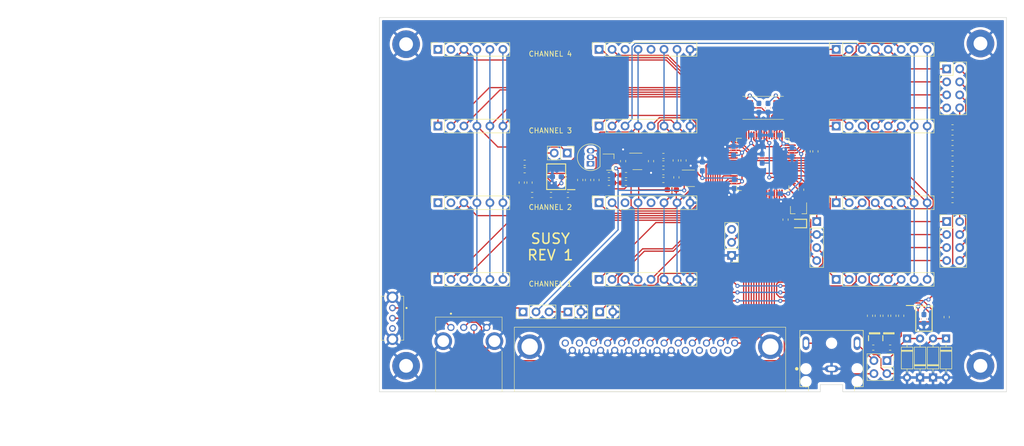
<source format=kicad_pcb>
(kicad_pcb (version 20211014) (generator pcbnew)
  (layers (0 "F.Cu" signal) (31 "B.Cu" signal) (34 "B.Paste" user) (35 "F.Paste" user) (36 "B.SilkS" user "B.Silkscreen") (37 "F.SilkS" user "F.Silkscreen") (38 "B.Mask" user) (39 "F.Mask" user) (44 "Edge.Cuts" user))
  (net 0 "")
  (net 1 "SCL")
  (net 2 "SDA")
  (net 3 "NOISE")
  (net 4 "GND")
  (net 5 "VCC")
  (net 6 "VGND_REF")
  (net 7 "VHALF_REF")
  (net 8 "Net-(J10-Pad3)")
  (net 9 "Net-(J12-Pad3)")
  (net 10 "Net-(C1-Pad1)")
  (net 11 "SYNC_OUT1")
  (net 12 "SYNC_DIS1")
  (net 13 "SYNC_OUT2")
  (net 14 "SYNC_OUT3")
  (net 15 "SYNC_DIS2")
  (net 16 "SYNC_OUT4")
  (net 17 "RMSEL1")
  (net 18 "OSEL1A")
  (net 19 "OSEL1B")
  (net 20 "OSEL2A")
  (net 21 "OSEL2B")
  (net 22 "RMSEL2")
  (net 23 "OSEL3A")
  (net 24 "OSEL3B")
  (net 25 "OSEL4A")
  (net 26 "OSEL4B")
  (net 27 "GATE1")
  (net 28 "FSEL1A")
  (net 29 "FSEL1B")
  (net 30 "GATE2")
  (net 31 "FSEL2A")
  (net 32 "FSEL2B")
  (net 33 "GATE3")
  (net 34 "FSEL3A")
  (net 35 "FSEL3B")
  (net 36 "GATE4")
  (net 37 "FSEL4A")
  (net 38 "FSEL4B")
  (net 39 "Net-(J14-Pad2)")
  (net 40 "PDATA1")
  (net 41 "PDATA0")
  (net 42 "PSTROBE")
  (net 43 "PBUSY")
  (net 44 "PACK")
  (net 45 "UDATA+")
  (net 46 "UDATA-")
  (net 47 "PDATA7")
  (net 48 "PDATA6")
  (net 49 "PDATA5")
  (net 50 "PDATA4")
  (net 51 "PDATA3")
  (net 52 "PDATA2")
  (net 53 "VBUS")
  (net 54 "VDD")
  (net 55 "/Regulator (VCC)/VIN")
  (net 56 "Net-(C12-Pad2)")
  (net 57 "Net-(C13-Pad2)")
  (net 58 "Net-(J17-Pad1)")
  (net 59 "Net-(J18-Pad3)")
  (net 60 "Net-(LED1-Pad2)")
  (net 61 "Net-(LED1-Pad1)")
  (net 62 "Net-(Q1-Pad1)")
  (net 63 "Net-(R4-Pad1)")
  (net 64 "LEFT")
  (net 65 "Net-(C17-Pad1)")
  (net 66 "RIGHT")
  (net 67 "Net-(C18-Pad1)")
  (net 68 "Net-(C19-Pad2)")
  (net 69 "Net-(C19-Pad1)")
  (net 70 "/Line Driver (L)/LINE_OUT")
  (net 71 "/Line Driver (R)/LINE_OUT")
  (net 72 "/Mixer (R)/OP-")
  (net 73 "/Mixer (L)/OP-")
  (net 74 "Net-(IC2-Pad14)")
  (net 75 "Net-(IC2-Pad13)")
  (net 76 "Net-(IC2-Pad9)")
  (net 77 "Net-(IC2-Pad8)")
  (net 78 "VHALF")
  (net 79 "Net-(IC2-Pad2)")
  (net 80 "Net-(IC2-Pad1)")
  (net 81 "RIGHT1")
  (net 82 "LEFT1")
  (net 83 "RIGHT2")
  (net 84 "LEFT2")
  (net 85 "RIGHT3")
  (net 86 "LEFT3")
  (net 87 "RIGHT4")
  (net 88 "LEFT4")
  (net 89 "LINER")
  (net 90 "LINEL")
  (net 91 "/Noise/OUT")
  (net 92 "Net-(Q2-Pad2)")
  (net 93 "Net-(Q2-Pad1)")
  (net 94 "Net-(Q3-Pad2)")
  (net 95 "Net-(Q3-Pad1)")
  (net 96 "Net-(Q4-Pad1)")
  (net 97 "Net-(R8-Pad2)")
  (net 98 "LINE_EN")
  (net 99 "Net-(R24-Pad2)")
  (net 100 "Net-(R25-Pad2)")
  (net 101 "Net-(R26-Pad2)")
  (net 102 "Net-(J13-Pad3)")
  (net 103 "Net-(J13-Pad1)")
  (net 104 "/Mixer (R)/IN4")
  (net 105 "/Mixer (L)/IN4")
  (net 106 "/Mixer (R)/IN3")
  (net 107 "/Mixer (L)/IN3")
  (net 108 "/Mixer (R)/IN2")
  (net 109 "/Mixer (L)/IN2")
  (net 110 "/Mixer (R)/IN1")
  (net 111 "/Mixer (L)/IN1")
  (net 112 "Net-(J16-Pad1)")
  (footprint "Connector_PinHeader_2.54mm:PinHeader_1x02_P2.54mm_Vertical" (layer "F.Cu") (at 148.844 122.809 90)
    (fp_text reference "J17" hide)
    (fp_text value "Spare")
  )
  (footprint "Connector_PinHeader_2.54mm:PinHeader_1x03_P2.54mm_Vertical" (layer "F.Cu") (at 133.858 122.809 90)
    (fp_text reference "J18" hide)
    (fp_text value "Pwr Sel")
  )
  (footprint "Connector_PinHeader_2.54mm:PinHeader_1x02_P2.54mm_Vertical" (layer "F.Cu") (at 142.621 122.809 90)
    (fp_text reference "J19" hide)
    (fp_text value "Pwr Ext")
  )
  (footprint "footprints:LEDC1608X65N" (layer "F.Cu") (at 187.706 105.537 180)
    (fp_text reference "LED1" hide)
    (fp_text value "SML-D12U1WT86" hide)
  )
  (footprint "footprints:NX8045GB8000MSTDCSJ1" (layer "F.Cu") (at 180.788 82.931 180)
    (fp_text reference "Y1" hide)
    (fp_text value "NX8045GB-8.000M-STD-CSJ-1" hide)
  )
  (footprint "Package_TO_SOT_SMD:SOT-23-5" (layer "F.Cu") (at 166.497 96.701)
    (fp_text reference "U3" hide)
    (fp_text value "MIC5365-3.3YD5")
  )
  (footprint "Package_TO_SOT_SMD:SOT-23" (layer "F.Cu") (at 187.706 102.87 -90)
    (fp_text reference "Q1" hide)
    (fp_text value "MMBT3904")
  )
  (footprint "Package_TO_SOT_SMD:SOT-23-5" (layer "F.Cu") (at 156.21 93.399)
    (fp_text reference "U2" hide)
    (fp_text value "MIC5365-3.3YD5")
  )
  (footprint "Capacitor_SMD:C_0603_1608Metric_Pad1.05x0.95mm_HandSolder" (layer "F.Cu") (at 158.877 93.345 -90)
    (fp_text reference "C9" hide)
    (fp_text value "4.7uF")
  )
  (footprint "Capacitor_SMD:C_0603_1608Metric_Pad1.05x0.95mm_HandSolder" (layer "F.Cu") (at 163.83 96.52 90)
    (fp_text reference "C10" hide)
    (fp_text value "1uF")
  )
  (footprint "Resistor_SMD:R_0603_1608Metric_Pad1.05x0.95mm_HandSolder" (layer "F.Cu") (at 189.484 91.44 -90)
    (fp_text reference "R2" hide)
    (fp_text value "10k")
  )
  (footprint "Capacitor_SMD:C_0603_1608Metric_Pad1.05x0.95mm_HandSolder" (layer "F.Cu") (at 153.416 93.345 90)
    (fp_text reference "C8" hide)
    (fp_text value "1uF")
  )
  (footprint "footprints:CUI_SJ1-3523N" (layer "F.Cu") (at 194.1576 133.9342 90)
    (fp_text reference "J20" hide)
    (fp_text value "SJ1-3523N")
  )
  (footprint "footprints:UJ2AH4TH" (layer "F.Cu") (at 119.761 125.857)
    (fp_text reference "J16" hide)
    (fp_text value "UJ2-AH-4-TH" hide)
  )
  (footprint "Connector_PinSocket_2.54mm:PinSocket_1x06_P2.54mm_Vertical" (layer "F.Cu") (at 117.221 116.459 90)
    (fp_text reference "J1" hide)
    (fp_text value "Conn_01x06_Female")
  )
  (footprint "Connector_PinSocket_2.54mm:PinSocket_1x06_P2.54mm_Vertical" (layer "F.Cu") (at 117.221 86.487 90)
    (fp_text reference "J3" hide)
    (fp_text value "Conn_01x06_Female")
  )
  (footprint "Connector_PinSocket_2.54mm:PinSocket_1x06_P2.54mm_Vertical" (layer "F.Cu") (at 117.221 101.473 90)
    (fp_text reference "J2" hide)
    (fp_text value "Conn_01x06_Female")
  )
  (footprint "Connector_PinSocket_2.54mm:PinSocket_1x06_P2.54mm_Vertical" (layer "F.Cu") (at 117.221 71.501 90)
    (fp_text reference "J4" hide)
    (fp_text value "Conn_01x06_Female")
  )
  (footprint "Connector_PinSocket_2.54mm:PinSocket_1x08_P2.54mm_Vertical" (layer "F.Cu") (at 195.072 101.473 90)
    (fp_text reference "J10" hide)
    (fp_text value "Conn_01x08_Female")
  )
  (footprint "Connector_PinSocket_2.54mm:PinSocket_1x08_P2.54mm_Vertical" (layer "F.Cu") (at 148.717 116.459 90)
    (fp_text reference "J5" hide)
    (fp_text value "Conn_01x08_Female")
  )
  (footprint "Connector_PinSocket_2.54mm:PinSocket_1x08_P2.54mm_Vertical" (layer "F.Cu") (at 148.717 101.473 90)
    (fp_text reference "J6" hide)
    (fp_text value "Conn_01x08_Female")
  )
  (footprint "Connector_PinSocket_2.54mm:PinSocket_1x08_P2.54mm_Vertical" (layer "F.Cu") (at 148.717 86.487 90)
    (fp_text reference "J7" hide)
    (fp_text value "Conn_01x08_Female")
  )
  (footprint "Connector_PinSocket_2.54mm:PinSocket_1x08_P2.54mm_Vertical" (layer "F.Cu") (at 148.717 71.501 90)
    (fp_text reference "J8" hide)
    (fp_text value "Conn_01x08_Female")
  )
  (footprint "Connector_PinSocket_2.54mm:PinSocket_1x08_P2.54mm_Vertical" (layer "F.Cu") (at 195.072 86.487 90)
    (fp_text reference "J11" hide)
    (fp_text value "Conn_01x08_Female")
  )
  (footprint "Connector_PinSocket_2.54mm:PinSocket_1x08_P2.54mm_Vertical" (layer "F.Cu") (at 195.072 71.501 90)
    (fp_text reference "J12" hide)
    (fp_text value "Conn_01x08_Female")
  )
  (footprint "Package_QFP:LQFP-64_10x10mm_P0.5mm" (layer "F.Cu") (at 180.721 93.98 -90)
    (fp_text reference "U1" hide)
    (fp_text value "STM32F070RBTx")
  )
  (footprint "Capacitor_SMD:C_0603_1608Metric_Pad1.05x0.95mm_HandSolder" (layer "F.Cu") (at 161.29 97.028 180)
    (fp_text reference "C14" hide)
    (fp_text value "1uF")
  )
  (footprint "Capacitor_SMD:C_0603_1608Metric_Pad1.05x0.95mm_HandSolder" (layer "F.Cu") (at 165.227 93.218 -90)
    (fp_text reference "C15" hide)
    (fp_text value "1uF")
  )
  (footprint "Capacitor_SMD:C_0603_1608Metric_Pad1.05x0.95mm_HandSolder" (layer "F.Cu") (at 206.248 123.571 90)
    (fp_text reference "C17" hide)
    (fp_text value "1uF")
  )
  (footprint "Capacitor_SMD:C_0603_1608Metric_Pad1.05x0.95mm_HandSolder" (layer "F.Cu") (at 203.2 123.571 90)
    (fp_text reference "C18" hide)
    (fp_text value "1uF")
  )
  (footprint "Diode_THT:D_DO-35_SOD27_P7.62mm_Horizontal" (layer "F.Cu") (at 211.455 135.636 90)
    (fp_text reference "D1" hide)
    (fp_text value "1N4148")
  )
  (footprint "footprints:SOIC127P600X175-8N" (layer "F.Cu") (at 212.217 124.1425)
    (fp_text reference "IC1" hide)
    (fp_text value "MCP6072-E_SN" hide)
  )
  (footprint "Connector_PinHeader_2.54mm:PinHeader_2x02_P2.54mm_Vertical" (layer "F.Cu") (at 204.978 132.334 -90)
    (fp_text reference "J22" hide)
    (fp_text value "Conn_02x02_Top_Bottom")
  )
  (footprint "footprints:SOT65P210X110-3N" (layer "F.Cu") (at 205.359 127 90)
    (fp_text reference "Q2" hide)
    (fp_text value "NX3008NBKW,115" hide)
  )
  (footprint "Resistor_SMD:R_0603_1608Metric_Pad1.05x0.95mm_HandSolder" (layer "F.Cu") (at 162.941 98.933 180)
    (fp_text reference "R5" hide)
    (fp_text value "100k")
  )
  (footprint "Resistor_SMD:R_0603_1608Metric_Pad1.05x0.95mm_HandSolder" (layer "F.Cu") (at 161.29 95.504 180)
    (fp_text reference "R6" hide)
    (fp_text value "100k")
  )
  (footprint "Resistor_SMD:R_0603_1608Metric_Pad1.05x0.95mm_HandSolder" (layer "F.Cu") (at 161.29 92.329)
    (fp_text reference "R7" hide)
    (fp_text value "100k")
  )
  (footprint "Resistor_SMD:R_0603_1608Metric_Pad1.05x0.95mm_HandSolder" (layer "F.Cu") (at 163.703 93.218 -90)
    (fp_text reference "R8" hide)
    (fp_text value "100k")
  )
  (footprint "Resistor_SMD:R_0603_1608Metric_Pad1.05x0.95mm_HandSolder" (layer "F.Cu") (at 161.29 93.7895 180)
    (fp_text reference "R9" hide)
    (fp_text value "100k")
  )
  (footprint "Resistor_SMD:R_0603_1608Metric_Pad1.05x0.95mm_HandSolder" (layer "F.Cu") (at 204.724 123.571 -90)
    (fp_text reference "R10" hide)
    (fp_text value "100k")
  )
  (footprint "Resistor_SMD:R_0603_1608Metric_Pad1.05x0.95mm_HandSolder" (layer "F.Cu") (at 205.613 129.794 180)
    (fp_text reference "R11" hide)
    (fp_text value "1k")
  )
  (footprint "Resistor_SMD:R_0603_1608Metric_Pad1.05x0.95mm_HandSolder" (layer "F.Cu") (at 201.676 123.571 -90)
    (fp_text reference "R12" hide)
    (fp_text value "100k")
  )
  (footprint "Resistor_SMD:R_0603_1608Metric_Pad1.05x0.95mm_HandSolder" (layer "F.Cu") (at 207.772 123.571 -90)
    (fp_text reference "R18" hide)
    (fp_text value "300k")
  )
  (footprint "Resistor_SMD:R_0603_1608Metric_Pad1.05x0.95mm_HandSolder" (layer "F.Cu") (at 216.662 123.825 -90)
    (fp_text reference "R23" hide)
    (fp_text value "300k")
  )
  (footprint "Resistor_SMD:R_0603_1608Metric_Pad1.05x0.95mm_HandSolder" (layer "F.Cu") (at 191.008 91.44 -90)
    (fp_text reference "R1" hide)
    (fp_text value "10k")
  )
  (footprint "Diode_THT:D_DO-35_SOD27_P7.62mm_Horizontal" (layer "F.Cu") (at 208.915 128.016 -90)
    (fp_text reference "D2" hide)
    (fp_text value "1N4148")
  )
  (footprint "Diode_THT:D_DO-35_SOD27_P7.62mm_Horizontal" (layer "F.Cu") (at 213.995 135.636 90)
    (fp_text reference "D3" hide)
    (fp_text value "1N4148")
  )
  (footprint "Resistor_SMD:R_0603_1608Metric_Pad1.05x0.95mm_HandSolder" (layer "F.Cu") (at 202.311 129.794)
    (fp_text reference "R13" hide)
    (fp_text value "1k")
  )
  (footprint "footprints:SOT65P210X110-3N" (layer "F.Cu") (at 202.565 127 90)
    (fp_text reference "Q3" hide)
    (fp_text value "NX3008NBKW,115" hide)
  )
  (footprint "footprints:D25S33E4PA00LF" (layer "F.Cu") (at 142.113 128.905)
    (fp_text reference "J15" hide)
    (fp_text value "D25S33E4PA00LF" hide)
  )
  (footprint "Connector_PinSocket_2.54mm:PinSocket_1x08_P2.54mm_Vertical" (layer "F.Cu") (at 195.072 116.459 90)
    (fp_text reference "J9" hide)
    (fp_text value "Conn_01x08_Female")
  )
  (footprint "Diode_THT:D_DO-35_SOD27_P7.62mm_Horizontal" (layer "F.Cu") (at 216.535 128.016 -90)
    (fp_text reference "D4" hide)
    (fp_text value "1N4148")
  )
  (footprint "Resistor_SMD:R_0603_1608Metric_Pad1.05x0.95mm_HandSolder" (layer "F.Cu") (at 217.805 100.965)
    (fp_text reference "R15" hide)
    (fp_text value "100k")
  )
  (footprint "Resistor_SMD:R_0603_1608Metric_Pad1.05x0.95mm_HandSolder" (layer "F.Cu") (at 217.805 92.837)
    (fp_text reference "R17" hide)
    (fp_text value "100k")
  )
  (footprint "Resistor_SMD:R_0603_1608Metric_Pad1.05x0.95mm_HandSolder" (layer "F.Cu") (at 217.805 86.741)
    (fp_text reference "R16" hide)
    (fp_text value "100k")
  )
  (footprint "Resistor_SMD:R_0603_1608Metric_Pad1.05x0.95mm_HandSolder" (layer "F.Cu") (at 150.6485 96.0755 180)
    (fp_text reference "R27" hide)
    (fp_text value "1")
  )
  (footprint "Resistor_SMD:R_0603_1608Metric_Pad1.05x0.95mm_HandSolder" (layer "F.Cu") (at 139.319 99.949)
    (fp_text reference "R31" hide)
    (fp_text value "2k")
  )
  (footprint "Connector_PinHeader_2.54mm:PinHeader_1x02_P2.54mm_Vertical" (layer "F.Cu") (at 142.494 91.7575 -90)
    (fp_text reference "J21" hide)
    (fp_text value "Conn_01x02_Male")
  )
  (footprint "Package_TO_SOT_SMD:SOT-23" (layer "F.Cu") (at 150.876 93.5355)
    (fp_text reference "Q4" hide)
    (fp_text value "MMBT3904")
  )
  (footprint "footprints:SOP65P640X120-14N" (layer "F.Cu") (at 140.335 96.393 180)
    (fp_text reference "IC2" hide)
    (fp_text value "MCP6074-E_ST" hide)
  )
  (footprint "Resistor_SMD:R_0603_1608Metric_Pad1.05x0.95mm_HandSolder" (layer "F.Cu") (at 150.6485 97.5995 180)
    (fp_text reference "R25" hide)
    (fp_text value "1")
  )
  (footprint "Resistor_SMD:R_0603_1608Metric_Pad1.05x0.95mm_HandSolder" (layer "F.Cu") (at 145.034 97.028 -90)
    (fp_text reference "R28" hide)
    (fp_text value "2k")
  )
  (footprint "Resistor_SMD:R_0603_1608Metric_Pad1.05x0.95mm_HandSolder" (layer "F.Cu") (at 135.636 99.949)
    (fp_text reference "R32" hide)
    (fp_text value "100k")
  )
  (footprint "Resistor_SMD:R_0603_1608Metric_Pad1.05x0.95mm_HandSolder" (layer "F.Cu") (at 153.9875 96.0755 180)
    (fp_text reference "R26" hide)
    (fp_text value "1")
  )
  (footprint "Package_TO_SOT_THT:TO-92_Inline" (layer "F.Cu") (at 147.066 93.853 90)
    (fp_text reference "U4" hide)
    (fp_text value "LM385BZ-1.2")
  )
  (footprint "Resistor_SMD:R_0603_1608Metric_Pad1.05x0.95mm_HandSolder" (layer "F.Cu") (at 134.1755 93.6625)
    (fp_text reference "R36" hide)
    (fp_text value "0")
  )
  (footprint "Resistor_SMD:R_0603_1608Metric_Pad1.05x0.95mm_HandSolder" (layer "F.Cu") (at 153.9735 97.5995 180)
    (fp_text reference "R24" hide)
    (fp_text value "1")
  )
  (footprint "Resistor_SMD:R_0603_1608Metric_Pad1.05x0.95mm_HandSolder" (layer "F.Cu") (at 142.621 99.949)
    (fp_text reference "R30" hide)
    (fp_text value "100k")
  )
  (footprint "Resistor_SMD:R_0603_1608Metric_Pad1.05x0.95mm_HandSolder" (layer "F.Cu") (at 146.558 97.028 90)
    (fp_text reference "R29" hide)
    (fp_text value "1")
  )
  (footprint "Capacitor_SMD:C_0603_1608Metric_Pad1.05x0.95mm_HandSolder" (layer "F.Cu") (at 148.209 97.028 90)
    (fp_text reference "C19" hide)
    (fp_text value "100nF")
  )
  (footprint "Resistor_SMD:R_0603_1608Metric_Pad1.05x0.95mm_HandSolder" (layer "F.Cu") (at 134.1755 95.123)
    (fp_text reference "R33" hide)
    (fp_text value "1")
  )
  (footprint "Resistor_SMD:R_0603_1608Metric_Pad1.05x0.95mm_HandSolder" (layer "F.Cu") (at 135.128 97.536 90)
    (fp_text reference "R34" hide)
    (fp_text value "1")
  )
  (footprint "Resistor_SMD:R_0603_1608Metric_Pad1.05x0.95mm_HandSolder" (layer "F.Cu") (at 133.604 97.536 -90)
    (fp_text reference "R35" hide)
    (fp_text value "0")
  )
  (footprint "Resistor_SMD:R_0603_1608Metric_Pad1.05x0.95mm_HandSolder" (layer "F.Cu") (at 217.805 98.933)
    (fp_text reference "R20" hide)
    (fp_text value "100k")
  )
  (footprint "Resistor_SMD:R_0603_1608Metric_Pad1.05x0.95mm_HandSolder" (layer "F.Cu") (at 217.805 96.901)
    (fp_text reference "R19" hide)
    (fp_text value "100k")
  )
  (footprint "Connector_PinHeader_2.54mm:PinHeader_1x04_P2.54mm_Vertical" (layer "F.Cu") (at 191.262 105.156)
    (fp_text reference "J13" hide)
    (fp_text value "Conn_01x04_Male")
  )
  (footprint "Resistor_SMD:R_0603_1608Metric_Pad1.05x0.95mm_HandSolder" (layer "F.Cu") (at 188.214 98.933 -90)
    (fp_text reference "R4" hide)
    (fp_text value "33K")
  )
  (footprint "Connector_PinHeader_2.54mm:PinHeader_1x03_P2.54mm_Vertical" (layer "F.Cu") (at 174.625 111.76 180)
    (fp_text reference "J14" hide)
    (fp_text value "Parallel/USB")
  )
  (footprint "Resistor_SMD:R_0603_1608Metric_Pad1.05x0.95mm_HandSolder" (layer "F.Cu") (at 217.805 88.773)
    (fp_text reference "R21" hide)
    (fp_text value "100k")
  )
  (footprint "Resistor_SMD:R_0603_1608Metric_Pad1.05x0.95mm_HandSolder" (layer "F.Cu") (at 217.805 94.869)
    (fp_text reference "R14" hide)
    (fp_text value "100k")
  )
  (footprint "Resistor_SMD:R_0603_1608Metric_Pad1.05x0.95mm_HandSolder" (layer "F.Cu") (at 185.166 104.775 -90)
    (fp_text reference "R3" hide)
    (fp_text value "47")
  )
  (footprint "Connector_PinHeader_2.54mm:PinHeader_2x04_P2.54mm_Vertical" (layer "F.Cu") (at 216.662 75.311)
    (fp_text reference "J23" hide)
    (fp_text value "Conn_02x04_Top_Bottom")
  )
  (footprint "Connector_PinHeader_2.54mm:PinHeader_2x04_P2.54mm_Vertical" (layer "F.Cu") (at 216.662 105.156)
    (fp_text reference "J24" hide)
    (fp_text value "Conn_02x04_Top_Bottom")
  )
  (footprint "Resistor_SMD:R_0603_1608Metric_Pad1.05x0.95mm_HandSolder" (layer "F.Cu") (at 217.805 90.805)
    (fp_text reference "R22" hide)
    (fp_text value "100k")
  )
  (footprint "MountingHole:MountingHole_2.7mm_M2.5_Pad" (layer "F.Cu") (at 223.266 133.35)
    (fp_text reference "H1" hide)
    (fp_text value "MountingHole_Pad")
  )
  (footprint "MountingHole:MountingHole_2.7mm_M2.5_Pad" (layer "F.Cu") (at 110.998 133.35)
    (fp_text reference "H2" hide)
    (fp_text value "MountingHole_Pad")
  )
  (footprint "MountingHole:MountingHole_2.7mm_M2.5_Pad" (layer "F.Cu") (at 110.998 70.485)
    (fp_text reference "H3" hide)
    (fp_text value "MountingHole_Pad")
  )
  (footprint "MountingHole:MountingHole_2.7mm_M2.5_Pad" (layer "F.Cu") (at 223.266 70.358)
    (fp_text reference "H4" hide)
    (fp_text value "MountingHole_Pad")
  )
  (footprint "footprints:OS102011MA1QN1C" (layer "F.Cu") (at 108.331 122.047 -90)
    (fp_text reference "S1" hide)
    (fp_text value "OS102011MA1QN1C" hide)
  )
  (footprint "Capacitor_SMD:C_0603_1608Metric_Pad1.05x0.95mm_HandSolder" (layer "B.Cu") (at 183.134 88.265)
    (fp_text reference "C2" hide)
    (fp_text value "100nF")
  )
  (footprint "Capacitor_SMD:C_0603_1608Metric_Pad1.05x0.95mm_HandSolder" (layer "B.Cu") (at 175.006 91.313 -90)
    (fp_text reference "C3" hide)
    (fp_text value "100nF")
  )
  (footprint "Capacitor_SMD:C_0603_1608Metric_Pad1.05x0.95mm_HandSolder" (layer "B.Cu") (at 175.133 97.79 90)
    (fp_text reference "C4" hide)
    (fp_text value "100nF")
  )
  (footprint "Capacitor_SMD:C_0603_1608Metric_Pad1.05x0.95mm_HandSolder" (layer "B.Cu") (at 183.261 99.695)
    (fp_text reference "C5" hide)
    (fp_text value "100nF")
  )
  (footprint "Capacitor_SMD:C_0603_1608Metric_Pad1.05x0.95mm_HandSolder" (layer "B.Cu") (at 179.324 88.265 180)
    (fp_text reference "C7" hide)
    (fp_text value "10nF")
  )
  (footprint "Capacitor_SMD:C_0603_1608Metric_Pad1.05x0.95mm_HandSolder" (layer "B.Cu") (at 168.91 94.361 90)
    (fp_text reference "C11" hide)
    (fp_text value "4.7uF")
  )
  (footprint "Capacitor_SMD:C_0603_1608Metric_Pad1.05x0.95mm_HandSolder" (layer "B.Cu") (at 180.594 92.837 90)
    (fp_text reference "C1" hide)
    (fp_text value "100nF")
  )
  (footprint "Capacitor_SMD:C_0603_1608Metric_Pad1.05x0.95mm_HandSolder" (layer "B.Cu") (at 212.217 124.206 -90)
    (fp_text reference "C16" hide)
    (fp_text value "100nF")
  )
  (footprint "Capacitor_SMD:C_0603_1608Metric_Pad1.05x0.95mm_HandSolder" (layer "B.Cu") (at 179.959 82.931 90)
    (fp_text reference "C12" hide)
    (fp_text value "8pF")
  )
  (footprint "Capacitor_SMD:C_0603_1608Metric_Pad1.05x0.95mm_HandSolder" (layer "B.Cu") (at 181.737 82.931 90)
    (fp_text reference "C13" hide)
    (fp_text value "8pF")
  )
  (footprint "Capacitor_SMD:C_0603_1608Metric_Pad1.05x0.95mm_HandSolder" (layer "B.Cu") (at 140.462 96.393 180)
    (fp_text reference "C20" hide)
    (fp_text value "100nF")
  )
  (footprint "Capacitor_SMD:C_0603_1608Metric_Pad1.05x0.95mm_HandSolder" (layer "B.Cu") (at 186.436 91.567 90)
    (fp_text reference "C6" hide)
    (fp_text value "100nF")
  )
  (gr_line (start 196.342 138.43) (end 228.346 138.43) (layer "Edge.Cuts") (width 0.1))
  (gr_line (start 105.791 65.278) (end 228.346 65.278) (layer "Edge.Cuts") (width 0.1))
  (gr_line (start 105.791 65.278) (end 105.791 138.43) (layer "Edge.Cuts") (width 0.1))
  (gr_line (start 191.9605 137.033) (end 196.342 137.033) (layer "Edge.Cuts") (width 0.1))
  (gr_line (start 228.346 65.278) (end 228.346 138.43) (layer "Edge.Cuts") (width 0.1))
  (gr_line (start 191.9605 138.43) (end 191.9605 137.033) (layer "Edge.Cuts") (width 0.1))
  (gr_line (start 105.791 138.43) (end 191.9605 138.43) (layer "Edge.Cuts") (width 0.1))
  (gr_line (start 196.342 137.033) (end 196.342 138.43) (layer "Edge.Cuts") (width 0.1))
  (gr_text "CHANNEL 2" (at 139.192 102.362) (layer "F.SilkS") (effects (font (size 1 1))))
  (gr_text "CHANNEL 3" (at 139.192 87.376) (layer "F.SilkS") (effects (font (size 1 1))))
  (gr_text "SUSY\nREV 1" (at 139.192 110.109) (layer "F.SilkS") (effects (font (size 2 2) (thickness 0.3))))
  (gr_text "CHANNEL 4" (at 139.192 72.39) (layer "F.SilkS") (effects (font (size 1 1))))
  (gr_text "CHANNEL 1" (at 139.192 117.348) (layer "F.SilkS") (effects (font (size 1 1))))
  (segment (start 186.396 93.23) (end 190.093 93.23) (width 0.25) (layer "F.Cu") (net 1))
  (segment (start 179.386702 93.23) (end 175.911692 89.75499) (width 0.25) (layer "F.Cu") (net 1))
  (segment (start 136.08601 80.32199) (end 129.921 86.487) (width 0.25) (layer "F.Cu") (net 1))
  (segment (start 175.47153 89.75499) (end 166.03853 80.32199) (width 0.25) (layer "F.Cu") (net 1))
  (segment (start 191.008 92.315) (end 201.154 92.315) (width 0.25) (layer "F.Cu") (net 1))
  (segment (start 186.396 93.23) (end 179.386702 93.23) (width 0.25) (layer "F.Cu") (net 1))
  (segment (start 166.03853 80.32199) (end 136.08601 80.32199) (width 0.25) (layer "F.Cu") (net 1))
  (segment (start 201.154 92.315) (end 210.312 101.473) (width 0.25) (layer "F.Cu") (net 1))
  (segment (start 175.911692 89.75499) (end 175.47153 89.75499) (width 0.25) (layer "F.Cu") (net 1))
  (segment (start 190.093 93.23) (end 191.008 92.315) (width 0.25) (layer "F.Cu") (net 1))
  (segment (start 129.921 101.473) (end 129.921 86.487) (width 0.25) (layer "B.Cu") (net 1))
  (segment (start 129.921 86.487) (end 129.921 71.501) (width 0.25) (layer "B.Cu") (net 1))
  (segment (start 210.312 71.501) (end 210.312 86.487) (width 0.25) (layer "B.Cu") (net 1))
  (segment (start 210.312 101.473) (end 210.312 116.459) (width 0.25) (layer "B.Cu") (net 1))
  (segment (start 210.312 86.487) (end 210.312 101.473) (width 0.25) (layer "B.Cu") (net 1))
  (segment (start 129.921 116.459) (end 129.921 101.473) (width 0.25) (layer "B.Cu") (net 1))
  (segment (start 179.523112 92.73) (end 175.548122 88.75501) (width 0.25) (layer "F.Cu") (net 2))
  (segment (start 186.396 92.73) (end 179.523112 92.73) (width 0.25) (layer "F.Cu") (net 2))
  (segment (start 202.84399 91.46499) (end 212.852 101.473) (width 0.25) (layer "F.Cu") (net 2))
  (segment (start 175.10796 88.75501) (end 166.22493 79.87198) (width 0.25) (layer "F.Cu") (net 2))
  (segment (start 189.68749 92.315) (end 190.5375 91.46499) (width 0.25) (layer "F.Cu") (net 2))
  (segment (start 186.396 92.73) (end 189.069 92.73) (width 0.25) (layer "F.Cu") (net 2))
  (segment (start 189.069 92.73) (end 189.484 92.315) (width 0.25) (layer "F.Cu") (net 2))
  (segment (start 175.548122 88.75501) (end 175.10796 88.75501) (width 0.25) (layer "F.Cu") (net 2))
  (segment (start 189.484 92.315) (end 189.68749 92.315) (width 0.25) (layer "F.Cu") (net 2))
  (segment (start 133.99602 79.87198) (end 127.381 86.487) (width 0.25) (layer "F.Cu") (net 2))
  (segment (start 190.5375 91.46499) (end 202.84399 91.46499) (width 0.25) (layer "F.Cu") (net 2))
  (segment (start 166.22493 79.87198) (end 133.99602 79.87198) (width 0.25) (layer "F.Cu") (net 2))
  (segment (start 212.852 86.487) (end 212.852 101.473) (width 0.25) (layer "B.Cu") (net 2))
  (segment (start 212.852 101.473) (end 212.852 116.459) (width 0.25) (layer "B.Cu") (net 2))
  (segment (start 127.381 116.459) (end 127.381 101.473) (width 0.25) (layer "B.Cu") (net 2))
  (segment (start 127.381 86.487) (end 127.381 71.501) (width 0.25) (layer "B.Cu") (net 2))
  (segment (start 127.381 101.473) (end 127.381 86.487) (width 0.25) (layer "B.Cu") (net 2))
  (segment (start 212.852 71.501) (end 212.852 86.487) (width 0.25) (layer "B.Cu") (net 2))
  (segment (start 142.494 91.7575) (end 141.318999 90.582499) (width 0.25) (layer "F.Cu") (net 3))
  (segment (start 141.318999 90.582499) (end 128.936499 90.582499) (width 0.25) (layer "F.Cu") (net 3))
  (segment (start 128.936499 90.582499) (end 124.841 86.487) (width 0.25) (layer "F.Cu") (net 3))
  (segment (start 124.841 86.487) (end 124.841 101.473) (width 0.25) (layer "B.Cu") (net 3))
  (segment (start 124.841 71.501) (end 124.841 86.487) (width 0.25) (layer "B.Cu") (net 3))
  (segment (start 124.841 101.473) (end 124.841 116.459) (width 0.25) (layer "B.Cu") (net 3))
  (segment (start 173.534 90.73) (end 175.046 90.73) (width 0.25) (layer "F.Cu") (net 4))
  (segment (start 138.3845 96.393) (end 139.446 97.4545) (width 0.25) (layer "F.Cu") (net 4))
  (segment (start 178.971 89.145702) (end 179.614298 89.789) (width 0.25) (layer "F.Cu") (net 4))
  (segment (start 151.506498 92.47) (end 153.416 92.47) (width 0.25) (layer "F.Cu") (net 4))
  (segment (start 155.600002 93.399) (end 155.965001 93.034001) (width 0.25) (layer "F.Cu") (net 4))
  (segment (start 184.785 91.059) (end 185.114 90.73) (width 0.25) (layer "F.Cu") (net 4))
  (segment (start 158.877 94.22) (end 159.9845 94.22) (width 0.25) (layer "F.Cu") (net 4))
  (segment (start 173.94599 99.77799) (end 174.117 99.949) (width 0.25) (layer "F.Cu") (net 4))
  (segment (start 186.396 92.23) (end 186.396 92.242) (width 0.25) (layer "F.Cu") (net 4))
  (segment (start 186.396 92.242) (end 186.38301 92.25499) (width 0.25) (layer "F.Cu") (net 4))
  (segment (start 154.087001 91.798999) (end 153.416 92.47) (width 0.25) (layer "F.Cu") (net 4))
  (segment (start 209.517 126.0475) (end 210.7565 126.0475) (width 0.25) (layer "F.Cu") (net 4))
  (segment (start 159.9845 94.22) (end 160.415 93.7895) (width 0.25) (layer "F.Cu") (net 4))
  (segment (start 160.415 97.028) (end 160.415 95.504) (width 0.25) (layer "F.Cu") (net 4))
  (segment (start 165.227 94.093) (end 166.483 94.093) (width 0.25) (layer "F.Cu") (net 4))
  (segment (start 155.965001 93.034001) (end 155.965001 91.863999) (width 0.25) (layer "F.Cu") (net 4))
  (segment (start 178.971 88.305) (end 178.971 89.145702) (width 0.25) (layer "F.Cu") (net 4))
  (segment (start 174.180308 97.25499) (end 173.94599 97.489308) (width 0.25) (layer "F.Cu") (net 4))
  (segment (start 186.38301 92.25499) (end 185.580288 92.25499) (width 0.25) (layer "F.Cu") (net 4))
  (segment (start 183.971 100.913) (end 184.277 101.219) (width 0.25) (layer "F.Cu") (net 4))
  (segment (start 160.288 95.631) (end 160.415 95.504) (width 0.25) (layer "F.Cu") (net 4))
  (segment (start 185.580288 92.25499) (end 184.785 91.459702) (width 0.25) (layer "F.Cu") (net 4))
  (segment (start 183.971 99.655) (end 183.971 100.913) (width 0.25) (layer "F.Cu") (net 4))
  (segment (start 175.03301 97.25499) (end 174.180308 97.25499) (width 0.25) (layer "F.Cu") (net 4))
  (segment (start 173.355 90.551) (end 173.534 90.73) (width 0.25) (layer "F.Cu") (net 4))
  (segment (start 185.114 90.73) (end 186.396 90.73) (width 0.25) (layer "F.Cu") (net 4))
  (segment (start 149.876 94.100498) (end 151.506498 92.47) (width 0.25) (layer "F.Cu") (net 4))
  (segment (start 179.614298 89.789) (end 179.959 89.789) (width 0.25) (layer "F.Cu") (net 4))
  (segment (start 139.446 97.4545) (end 139.446 97.663) (width 0.25) (layer "F.Cu") (net 4))
  (segment (start 164.759 96.701) (end 165.397 96.701) (width 0.25) (layer "F.Cu") (net 4))
  (segment (start 175.046 97.242) (end 175.03301 97.25499) (width 0.25) (layer "F.Cu") (net 4))
  (segment (start 163.83 95.772) (end 164.759 96.701) (width 0.25) (layer "F.Cu") (net 4))
  (segment (start 155.900001 91.798999) (end 154.087001 91.798999) (width 0.25) (layer "F.Cu") (net 4))
  (segment (start 173.94599 97.489308) (end 173.94599 99.77799) (width 0.25) (layer "F.Cu") (net 4))
  (segment (start 158.877 95.631) (end 158.877 94.22) (width 0.25) (layer "F.Cu") (net 4))
  (segment (start 210.7565 126.0475) (end 211.074 126.365) (width 0.25) (layer "F.Cu") (net 4))
  (segment (start 149.876 94.4855) (end 149.876 94.100498) (width 0.25) (layer "F.Cu") (net 4))
  (segment (start 186.563 101.677) (end 186.756 101.87) (width 0.25) (layer "F.Cu") (net 4))
  (segment (start 165.227 94.375) (end 163.83 95.772) (width 0.25) (layer "F.Cu") (net 4))
  (segment (start 186.563 100.584) (end 186.563 101.677) (width 0.25) (layer "F.Cu") (net 4))
  (segment (start 158.877 95.631) (end 160.288 95.631) (width 0.25) (layer "F.Cu") (net 4))
  (segment (start 155.965001 91.863999) (end 155.900001 91.798999) (width 0.25) (layer "F.Cu") (net 4))
  (segment (start 153.416 91.059) (end 153.416 92.47) (width 0.25) (layer "F.Cu") (net 4))
  (segment (start 184.785 91.459702) (end 184.785 91.059) (width 0.25) (layer "F.Cu") (net 4))
  (segment (start 155.11 93.399) (end 155.600002 93.399) (width 0.25) (layer "F.Cu") (net 4))
  (segment (start 137.397 96.393) (end 138.3845 96.393) (width 0.25) (layer "F.Cu") (net 4))
  (segment (start 175.046 97.23) (end 175.046 97.242) (width 0.25) (layer "F.Cu") (net 4))
  (segment (start 165.227 94.093) (end 165.227 94.375) (width 0.25) (layer "F.Cu") (net 4))
  (segment (start 166.483 94.093) (end 166.624 94.234) (width 0.25) (layer "F.Cu") (net 4))
  (via (at 153.416 91.059) (size 0.8) (drill 0.4) (layers "F.Cu" "B.Cu") (net 4))
  (via (at 158.877 95.631) (size 0.8) (drill 0.4) (layers "F.Cu" "B.Cu") (net 4))
  (via (at 179.959 89.789) (size 0.8) (drill 0.4) (layers "F.Cu" "B.Cu") (net 4))
  (via (at 186.563 100.584) (size 0.8) (drill 0.4) (layers "F.Cu" "B.Cu") (net 4))
  (via (at 173.355 90.551) (size 0.8) (drill 0.4) (layers "F.Cu" "B.Cu") (net 4))
  (via (at 139.446 97.663) (size 0.8) (drill 0.4) (layers "F.Cu" "B.Cu") (net 4))
  (via (at 166.624 94.234) (size 0.8) (drill 0.4) (layers "F.Cu" "B.Cu") (net 4))
  (via (at 211.074 126.365) (size 0.8) (drill 0.4) (layers "F.Cu" "B.Cu") (net 4))
  (via (at 184.785 91.059) (size 0.8) (drill 0.4) (layers "F.Cu" "B.Cu") (net 4))
  (via (at 184.277 101.219) (size 0.8) (drill 0.4) (layers "F.Cu" "B.Cu") (net 4))
  (via (at 174.117 99.949) (size 0.8) (drill 0.4) (layers "F.Cu" "B.Cu") (net 4))
  (segment (start 166.702011 98.784991) (end 166.702011 95.228991) (width 0.25) (layer "F.Cu") (net 5))
  (segment (start 167.349001 89.879001) (end 163.957 86.487) (width 0.25) (layer "F.Cu") (net 5))
  (segment (start 198.61541 118.999) (end 184.15 118.999) (width 0.25) (layer "F.Cu") (net 5))
  (segment (start 163.816 98.933) (end 163.816 101.332) (width 0.25) (layer "F.Cu") (net 5))
  (segment (start 163.816 101.332) (end 163.957 101.473) (width 0.25) (layer "F.Cu") (net 5))
  (segment (start 163.957 86.487) (end 162.781999 85.311999) (width 0.25) (layer "F.Cu") (net 5))
  (segment (start 146.0125 98.75301) (end 144.0165 100.74901) (width 0.25) (layer "F.Cu") (net 5))
  (segment (start 160.241999 85.922999) (end 160.241999 92.155999) (width 0.25) (layer "F.Cu") (net 5))
  (segment (start 139.6735 100.74901) (end 139.34399 100.4195) (width 0.25) (layer "F.Cu") (net 5))
  (segment (start 160.852999 85.311999) (end 160.241999 85.922999) (width 0.25) (layer "F.Cu") (net 5))
  (segment (start 166.497 118.999) (end 175.768 118.999) (width 0.25) (layer "F.Cu") (net 5))
  (segment (start 153.69499 98.75301) (end 146.0125 98.75301) (width 0.25) (layer "F.Cu") (net 5))
  (segment (start 144.0165 100.74901) (end 139.6735 100.74901) (width 0.25) (layer "F.Cu") (net 5))
  (segment (start 213.106 121.666) (end 212.057989 120.617989) (width 0.25) (layer "F.Cu") (net 5))
  (segment (start 166.702011 95.228991) (end 167.349001 94.582001) (width 0.25) (layer "F.Cu") (net 5))
  (segment (start 154.972001 97.723001) (end 154.8485 97.5995) (width 0.25) (layer "F.Cu") (net 5))
  (segment (start 141.15949 97.663) (end 141.351 97.663) (width 0.25) (layer "F.Cu") (net 5))
  (segment (start 162.781999 85.311999) (end 160.852999 85.311999) (width 0.25) (layer "F.Cu") (net 5))
  (segment (start 160.274 92.47) (end 160.415 92.329) (width 0.25) (layer "F.Cu") (net 5))
  (segment (start 142.055315 96.393) (end 143.273 96.393) (width 0.25) (layer "F.Cu") (net 5))
  (segment (start 154.8625 96.0755) (end 154.8625 97.5855) (width 0.25) (layer "F.Cu") (net 5))
  (segment (start 163.670999 102.648001) (end 155.583001 102.648001) (width 0.25) (layer "F.Cu") (net 5))
  (segment (start 157.31 92.449) (end 158.856 92.449) (width 0.25) (layer "F.Cu") (net 5))
  (segment (start 154.8485 97.5995) (end 153.69499 98.75301) (width 0.25) (layer "F.Cu") (net 5))
  (segment (start 141.351 97.663) (end 141.351 97.097315) (width 0.25) (layer "F.Cu") (net 5))
  (segment (start 163.957 102.362) (end 163.670999 102.648001) (width 0.25) (layer "F.Cu") (net 5))
  (segment (start 160.241999 92.155999) (end 160.415 92.329) (width 0.25) (layer "F.Cu") (net 5))
  (segment (start 139.34399 100.4195) (end 139.34399 99.4785) (width 0.25) (layer "F.Cu") (net 5))
  (segment (start 163.957 101.473) (end 164.014002 101.473) (width 0.25) (layer "F.Cu") (net 5))
  (segment (start 154.8625 97.5855) (end 154.8485 97.5995) (width 0.25) (layer "F.Cu") (net 5))
  (segment (start 155.583001 102.648001) (end 154.972001 102.037001) (width 0.25) (layer "F.Cu") (net 5))
  (segment (start 141.351 97.097315) (end 142.055315 96.393) (width 0.25) (layer "F.Cu") (net 5))
  (segment (start 139.34399 99.4785) (end 141.15949 97.663) (width 0.25) (layer "F.Cu") (net 5))
  (segment (start 163.957 116.459) (end 166.497 118.999) (width 0.25) (layer "F.Cu") (net 5))
  (segment (start 154.972001 102.037001) (end 154.972001 97.723001) (width 0.25) (layer "F.Cu") (net 5))
  (segment (start 213.6775 122.2375) (end 213.106 121.666) (width 0.25) (layer "F.Cu") (net 5))
  (segment (start 164.014002 101.473) (end 166.702011 98.784991) (width 0.25) (layer "F.Cu") (net 5))
  (segment (start 167.349001 94.582001) (end 167.349001 89.879001) (width 0.25) (layer "F.Cu") (net 5))
  (segment (start 163.957 101.473) (end 163.957 102.362) (width 0.25) (layer "F.Cu") (net 5))
  (segment (start 158.877 92.47) (end 160.274 92.47) (width 0.25) (layer "F.Cu") (net 5))
  (segment (start 158.856 92.449) (end 158.877 92.47) (width 0.25) (layer "F.Cu") (net 5))
  (segment (start 212.057989 120.617989) (end 200.234399 120.617989) (width 0.25) (layer "F.Cu") (net 5))
  (segment (start 200.234399 120.617989) (end 198.61541 118.999) (width 0.25) (layer "F.Cu") (net 5))
  (segment (start 214.917 122.2375) (end 213.6775 122.2375) (width 0.25) (layer "F.Cu") (net 5))
  (via (at 213.106 121.666) (size 0.8) (drill 0.4) (layers "F.Cu" "B.Cu") (net 5))
  (via (at 141.351 97.663) (size 0.8) (drill 0.4) (layers "F.Cu" "B.Cu") (net 5))
  (via (at 184.15 118.999) (size 0.8) (drill 0.4) (layers "F.Cu" "B.Cu") (net 5))
  (via (at 175.768 118.999) (size 0.8) (drill 0.4) (layers "F.Cu" "B.Cu") (net 5))
  (segment (start 163.957 116.459) (end 163.957 101.473) (width 0.25) (layer "B.Cu") (net 5))
  (segment (start 141.351 96.407) (end 141.337 96.393) (width 0.25) (layer "B.Cu") (net 5))
  (segment (start 163.957 71.501) (end 163.957 86.487) (width 0.25) (layer "B.Cu") (net 5))
  (segment (start 141.351 97.663) (end 141.351 96.407) (width 0.25) (layer "B.Cu") (net 5))
  (segment (start 212.217 123.331) (end 212.217 122.555) (width 0.25) (layer "B.Cu") (net 5))
  (segment (start 212.217 122.555) (end 213.106 121.666) (width 0.25) (layer "B.Cu") (net 5))
  (segment (start 175.768 118.999) (end 184.15 118.999) (width 0.25) (layer "B.Cu") (net 5))
  (segment (start 202.33599 129.37348) (end 202.33599 130.2645) (width 0.25) (layer "F.Cu") (net 6))
  (segment (start 165.227 92.343) (end 163.703 92.343) (width 0.25) (layer "F.Cu") (net 6))
  (segment (start 214.526998 126.0475) (end 214.917 126.0475) (width 0.25) (layer "F.Cu") (net 6))
  (segment (start 205.30848 130.59401) (end 205.63799 130.2645) (width 0.25) (layer "F.Cu") (net 6))
  (segment (start 163.01501 97.84299) (end 163.01501 95.0335) (width 0.25) (layer "F.Cu") (net 6))
  (segment (start 213.256998 124.7775) (end 214.526998 126.0475) (width 0.25) (layer "F.Cu") (net 6))
  (segment (start 162.165 92.329) (end 163.689 92.329) (width 0.25) (layer "F.Cu") (net 6))
  (segment (start 202.33599 130.2645) (end 202.6655 130.59401) (width 0.25) (layer "F.Cu") (net 6))
  (segment (start 206.186489 128.775001) (end 206.544001 128.775001) (width 0.25) (layer "F.Cu") (net 6))
  (segment (start 161.31499 93.17901) (end 162.165 92.329) (width 0.25) (layer "F.Cu") (net 6))
  (segment (start 201.9565 128.99399) (end 202.33599 129.37348) (width 0.25) (layer "F.Cu") (net 6))
  (segment (start 193.254998 120.65) (end 201.598988 128.99399) (width 0.25) (layer "F.Cu") (net 6))
  (segment (start 201.598988 128.99399) (end 201.9565 128.99399) (width 0.25) (layer "F.Cu") (net 6))
  (segment (start 163.01501 95.0335) (end 162.57102 94.58951) (width 0.25) (layer "F.Cu") (net 6))
  (segment (start 184.15 120.65) (end 193.254998 120.65) (width 0.25) (layer "F.Cu") (net 6))
  (segment (start 209.126998 124.7775) (end 209.517 124.7775) (width 0.25) (layer "F.Cu") (net 6))
  (segment (start 163.703 88.773) (end 161.417 86.487) (width 0.25) (layer "F.Cu") (net 6))
  (segment (start 162.57102 94.58951) (end 161.6445 94.58951) (width 0.25) (layer "F.Cu") (net 6))
  (segment (start 202.6655 130.59401) (end 205.30848 130.59401) (width 0.25) (layer "F.Cu") (net 6))
  (segment (start 162.96599 97.89201) (end 163.01501 97.84299) (width 0.25) (layer "F.Cu") (net 6))
  (segment (start 163.689 92.329) (end 163.703 92.343) (width 0.25) (layer "F.Cu") (net 6))
  (segment (start 206.544001 128.775001) (end 207.789999 127.529003) (width 0.25) (layer "F.Cu") (net 6))
  (segment (start 207.789999 127.529003) (end 207.789999 126.114499) (width 0.25) (layer "F.Cu") (net 6))
  (segment (start 162.96599 99.92401) (end 162.96599 97.89201) (width 0.25) (layer "F.Cu") (net 6))
  (segment (start 161.417 101.473) (end 162.96599 99.92401) (width 0.25) (layer "F.Cu") (net 6))
  (segment (start 161.31499 94.26) (end 161.31499 93.17901) (width 0.25) (layer "F.Cu") (net 6))
  (segment (start 207.789999 126.114499) (end 209.126998 124.7775) (width 0.25) (layer "F.Cu") (net 6))
  (segment (start 205.63799 129.3235) (end 206.186489 128.775001) (width 0.25) (layer "F.Cu") (net 6))
  (segment (start 209.517 124.7775) (end 213.256998 124.7775) (width 0.25) (layer "F.Cu") (net 6))
  (segment (start 161.417 116.459) (end 165.608 120.65) (width 0.25) (layer "F.Cu") (net 6))
  (segment (start 205.63799 130.2645) (end 205.63799 129.3235) (width 0.25) (layer "F.Cu") (net 6))
  (segment (start 161.6445 94.58951) (end 161.31499 94.26) (width 0.25) (layer "F.Cu") (net 6))
  (segment (start 165.608 120.65) (end 175.768 120.65) (width 0.25) (layer "F.Cu") (net 6))
  (segment (start 163.703 92.343) (end 163.703 88.773) (width 0.25) (layer "F.Cu") (net 6))
  (via (at 184.15 120.65) (size 0.8) (drill 0.4) (layers "F.Cu" "B.Cu") (net 6))
  (via (at 175.768 120.65) (size 0.8) (drill 0.4) (layers "F.Cu" "B.Cu") (net 6))
  (segment (start 161.417 116.459) (end 161.417 101.473) (width 0.25) (layer "B.Cu") (net 6))
  (segment (start 175.768 120.65) (end 184.15 120.65) (width 0.25) (layer "B.Cu") (net 6))
  (segment (start 161.417 71.501) (end 161.417 86.487) (width 0.25) (layer "B.Cu") (net 6))
  (segment (start 136.334499 95.948501) (end 136.54 95.743) (width 0.25) (layer "F.Cu") (net 7))
  (segment (start 142.210499 95.601499) (end 142.352 95.743) (width 0.25) (layer "F.Cu") (net 7))
  (segment (start 142.708001 93.892999) (end 142.275499 93.892999) (width 0.25) (layer "F.Cu") (net 7))
  (segment (start 136.334499 96.878001) (end 136.334499 95.948501) (width 0.25) (layer "F.Cu") (net 7))
  (segment (start 162.066 98.933) (end 162.066 97.127) (width 0.25) (layer "F.Cu") (net 7))
  (segment (start 142.210499 93.957999) (end 142.210499 95.601499) (width 0.25) (layer "F.Cu") (net 7))
  (segment (start 148.938999 87.662001) (end 142.708001 93.892999) (width 0.25) (layer "F.Cu") (net 7))
  (segment (start 162.165 97.028) (end 162.165 95.504) (width 0.25) (layer "F.Cu") (net 7))
  (segment (start 137.397 97.043) (end 136.499498 97.043) (width 0.25) (layer "F.Cu") (net 7))
  (segment (start 156.337 86.487) (end 156.454999 86.604999) (width 0.25) (layer "F.Cu") (net 7))
  (segment (start 140.447 95.743) (end 143.273 95.743) (width 0.25) (layer "F.Cu") (net 7))
  (segment (start 156.572998 98.933) (end 156.454999 98.815001) (width 0.25) (layer "F.Cu") (net 7))
  (segment (start 142.275499 93.892999) (end 142.210499 93.957999) (width 0.25) (layer "F.Cu") (net 7))
  (segment (start 162.066 98.933) (end 156.572998 98.933) (width 0.25) (layer "F.Cu") (net 7))
  (segment (start 137.429 95.743) (end 140.447 95.743) (width 0.25) (layer "F.Cu") (net 7))
  (segment (start 136.54 95.743) (end 137.397 95.743) (width 0.25) (layer "F.Cu") (net 7))
  (segment (start 142.352 95.743) (end 143.273 95.743) (width 0.25) (layer "F.Cu") (net 7))
  (segment (start 137.397 95.743) (end 137.429 95.743) (width 0.25) (layer "F.Cu") (net 7))
  (segment (start 156.337 86.487) (end 155.161999 87.662001) (width 0.25) (layer "F.Cu") (net 7))
  (segment (start 155.161999 87.662001) (end 148.938999 87.662001) (width 0.25) (layer "F.Cu") (net 7))
  (segment (start 136.499498 97.043) (end 136.334499 96.878001) (width 0.25) (layer "F.Cu") (net 7))
  (segment (start 156.454999 98.815001) (end 156.454999 101.355001) (width 0.25) (layer "F.Cu") (net 7))
  (segment (start 162.066 97.127) (end 162.165 97.028) (width 0.25) (layer "F.Cu") (net 7))
  (segment (start 156.454999 101.355001) (end 156.337 101.473) (width 0.25) (layer "F.Cu") (net 7))
  (segment (start 156.454999 86.604999) (end 156.454999 98.815001) (width 0.25) (layer "F.Cu") (net 7))
  (segment (start 156.337 71.501) (end 156.337 86.487) (width 0.25) (layer "B.Cu") (net 7))
  (segment (start 156.337 116.459) (end 156.337 101.473) (width 0.25) (layer "B.Cu") (net 7))
  (segment (start 154.972001 117.634001) (end 159.606999 117.634001) (width 0.25) (layer "F.Cu") (net 8))
  (segment (start 160.852999 115.283999) (end 173.322999 115.283999) (width 0.25) (layer "F.Cu") (net 8))
  (segment (start 198.976999 116.833003) (end 198.976999 102.648001) (width 0.25) (layer "F.Cu") (net 8))
  (segment (start 159.606999 117.634001) (end 160.241999 116.999001) (width 0.25) (layer "F.Cu") (net 8))
  (segment (start 198.081002 117.729) (end 198.976999 116.833003) (width 0.25) (layer "F.Cu") (net 8))
  (segment (start 160.241999 115.894999) (end 160.852999 115.283999) (width 0.25) (layer "F.Cu") (net 8))
  (segment (start 153.797 116.459) (end 154.972001 117.634001) (width 0.25) (layer "F.Cu") (net 8))
  (segment (start 173.322999 115.283999) (end 175.768 117.729) (width 0.25) (layer "F.Cu") (net 8))
  (segment (start 184.15 117.729) (end 198.081002 117.729) (width 0.25) (layer "F.Cu") (net 8))
  (segment (start 198.976999 102.648001) (end 200.152 101.473) (width 0.25) (layer "F.Cu") (net 8))
  (segment (start 160.241999 116.999001) (end 160.241999 115.894999) (width 0.25) (layer "F.Cu") (net 8))
  (via (at 175.768 117.729) (size 0.8) (drill 0.4) (layers "F.Cu" "B.Cu") (net 8))
  (via (at 184.15 117.729) (size 0.8) (drill 0.4) (layers "F.Cu" "B.Cu") (net 8))
  (segment (start 175.768 117.729) (end 184.15 117.729) (width 0.25) (layer "B.Cu") (net 8))
  (segment (start 153.797 86.487) (end 155.161999 85.122001) (width 0.25) (layer "B.Cu") (net 9))
  (segment (start 155.772999 70.325999) (end 198.976999 70.325999) (width 0.25) (layer "B.Cu") (net 9))
  (segment (start 155.161999 85.122001) (end 155.161999 70.936999) (width 0.25) (layer "B.Cu") (net 9))
  (segment (start 155.161999 70.936999) (end 155.772999 70.325999) (width 0.25) (layer "B.Cu") (net 9))
  (segment (start 198.976999 70.325999) (end 200.152 71.501) (width 0.25) (layer "B.Cu") (net 9))
  (segment (start 190.086999 111.600999) (end 191.262 112.776) (width 0.25) (layer "F.Cu") (net 10))
  (segment (start 181.471 88.305) (end 181.471 89.269) (width 0.25) (layer "F.Cu") (net 10))
  (segment (start 190.086999 104.815997) (end 190.086999 111.600999) (width 0.25) (layer "F.Cu") (net 10))
  (segment (start 181.991 96.52) (end 183.572002 96.52) (width 0.25) (layer "F.Cu") (net 10))
  (segment (start 183.572002 96.52) (end 187.76399 100.711988) (width 0.25) (layer "F.Cu") (net 10))
  (segment (start 187.76399 102.492988) (end 190.086999 104.815997) (width 0.25) (layer "F.Cu") (net 10))
  (segment (start 187.76399 100.711988) (end 187.76399 102.492988) (width 0.25) (layer "F.Cu") (net 10))
  (segment (start 181.471 89.269) (end 181.991 89.789) (width 0.25) (layer "F.Cu") (net 10))
  (via (at 181.991 89.789) (size 0.8) (drill 0.4) (layers "F.Cu" "B.Cu") (net 10))
  (via (at 181.991 96.52) (size 0.8) (drill 0.4) (layers "F.Cu" "B.Cu") (net 10))
  (segment (start 180.594 93.712) (end 181.977 93.712) (width 0.25) (layer "B.Cu") (net 10))
  (segment (start 181.977 93.712) (end 181.991 93.726) (width 0.25) (layer "B.Cu") (net 10))
  (segment (start 181.991 93.726) (end 181.991 96.52) (width 0.25) (layer "B.Cu") (net 10))
  (segment (start 181.991 89.789) (end 181.991 93.726) (width 0.25) (layer "B.Cu") (net 10))
  (segment (start 175.046 94.73) (end 171.843 94.73) (width 0.25) (layer "F.Cu") (net 11))
  (segment (start 133.861953 104.898047) (end 122.301 116.459) (width 0.25) (layer "F.Cu") (net 11))
  (segment (start 171.435039 100.819603) (end 167.356593 104.898047) (width 0.25) (layer "F.Cu") (net 11))
  (segment (start 171.843 94.73) (end 171.43504 95.13796) (width 0.25) (layer "F.Cu") (net 11))
  (segment (start 167.356593 104.898047) (end 133.861953 104.898047) (width 0.25) (layer "F.Cu") (net 11))
  (segment (start 171.43504 95.13796) (end 171.435039 100.819603) (width 0.25) (layer "F.Cu") (net 11))
  (segment (start 175.046 94.23) (end 171.511232 94.23) (width 0.25) (layer "F.Cu") (net 12))
  (segment (start 171.511232 94.23) (end 170.985031 94.756201) (width 0.25) (layer "F.Cu") (net 12))
  (segment (start 167.170193 104.448037) (end 131.771963 104.448037) (width 0.25) (layer "F.Cu") (net 12))
  (segment (start 170.985031 94.756201) (end 170.98503 100.633202) (width 0.25) (layer "F.Cu") (net 12))
  (segment (start 131.771963 104.448037) (end 119.761 116.459) (width 0.25) (layer "F.Cu") (net 12))
  (segment (start 170.98503 100.633202) (end 167.170193 104.448037) (width 0.25) (layer "F.Cu") (net 12))
  (segment (start 171.374822 93.73) (end 175.046 93.73) (width 0.25) (layer "F.Cu") (net 13))
  (segment (start 170.535021 94.569801) (end 171.374822 93.73) (width 0.25) (layer "F.Cu") (net 13))
  (segment (start 117.221 106.553) (end 122.301 101.473) (width 0.25) (layer "F.Cu") (net 13))
  (segment (start 124.826029 103.998029) (end 166.983794 103.998028) (width 0.25) (layer "F.Cu") (net 13))
  (segment (start 170.535021 100.446801) (end 170.535021 94.569801) (width 0.25) (layer "F.Cu") (net 13))
  (segment (start 166.983794 103.998028) (end 170.535021 100.446801) (width 0.25) (layer "F.Cu") (net 13))
  (segment (start 122.301 101.473) (end 124.826029 103.998029) (width 0.25) (layer "F.Cu") (net 13))
  (segment (start 117.221 116.459) (end 117.221 106.553) (width 0.25) (layer "F.Cu") (net 13))
  (segment (start 129.36603 79.42197) (end 122.301 86.487) (width 0.25) (layer "F.Cu") (net 14))
  (segment (start 166.41133 79.42197) (end 129.36603 79.42197) (width 0.25) (layer "F.Cu") (net 14))
  (segment (start 175.29436 88.305) (end 166.41133 79.42197) (width 0.25) (layer "F.Cu") (net 14))
  (segment (start 176.971 88.305) (end 175.29436 88.305) (width 0.25) (layer "F.Cu") (net 14))
  (segment (start 127.27604 78.97196) (end 119.761 86.487) (width 0.25) (layer "F.Cu") (net 15))
  (segment (start 177.471 88.305) (end 177.459 88.305) (width 0.25) (layer "F.Cu") (net 15))
  (segment (start 174.722799 87.097029) (end 166.59773 78.97196) (width 0.25) (layer "F.Cu") (net 15))
  (segment (start 177.459 88.305) (end 177.44601 88.29201) (width 0.25) (layer "F.Cu") (net 15))
  (segment (start 166.59773 78.97196) (end 127.27604 78.97196) (width 0.25) (layer "F.Cu") (net 15))
  (segment (start 177.10373 87.097028) (end 174.722799 87.097029) (width 0.25) (layer "F.Cu") (net 15))
  (segment (start 177.44601 87.439308) (end 177.10373 87.097028) (width 0.25) (layer "F.Cu") (net 15))
  (segment (start 177.44601 88.29201) (end 177.44601 87.439308) (width 0.25) (layer "F.Cu") (net 15))
  (segment (start 174.909199 86.647019) (end 161.8382 73.57602) (width 0.25) (layer "F.Cu") (net 16))
  (segment (start 117.221 86.487) (end 117.221 76.581) (width 0.25) (layer "F.Cu") (net 16))
  (segment (start 177.290131 86.647019) (end 174.909199 86.647019) (width 0.25) (layer "F.Cu") (net 16))
  (segment (start 124.37602 73.57602) (end 122.301 71.501) (width 0.25) (layer "F.Cu") (net 16))
  (segment (start 161.8382 73.57602) (end 124.37602 73.57602) (width 0.25) (layer "F.Cu") (net 16))
  (segment (start 177.971 87.327888) (end 177.290131 86.647019) (width 0.25) (layer "F.Cu") (net 16))
  (segment (start 177.971 88.305) (end 177.971 87.327888) (width 0.25) (layer "F.Cu") (net 16))
  (segment (start 117.221 76.581) (end 122.301 71.501) (width 0.25) (layer "F.Cu") (net 16))
  (segment (start 175.046 96.73) (end 174.068888 96.73) (width 0.25) (layer "F.Cu") (net 17))
  (segment (start 173.235076 102.100924) (end 158.877 116.459) (width 0.25) (layer "F.Cu") (net 17))
  (segment (start 174.068888 96.73) (end 173.235076 97.563812) (width 0.25) (layer "F.Cu") (net 17))
  (segment (start 173.235076 97.563812) (end 173.235076 102.100924) (width 0.25) (layer "F.Cu") (net 17))
  (segment (start 163.037462 110.49) (end 157.226 110.49) (width 0.25) (layer "F.Cu") (net 18))
  (segment (start 172.490057 95.73) (end 172.335058 95.884999) (width 0.25) (layer "F.Cu") (net 18))
  (segment (start 172.335058 95.884999) (end 172.335057 101.192405) (width 0.25) (layer "F.Cu") (net 18))
  (segment (start 175.046 95.73) (end 172.490057 95.73) (width 0.25) (layer "F.Cu") (net 18))
  (segment (start 157.226 110.49) (end 151.257 116.459) (width 0.25) (layer "F.Cu") (net 18))
  (segment (start 172.335057 101.192405) (end 163.037462 110.49) (width 0.25) (layer "F.Cu") (net 18))
  (segment (start 175.04101 95.20501) (end 172.12999 95.20501) (width 0.25) (layer "F.Cu") (net 19))
  (segment (start 171.885049 95.449951) (end 171.885048 101.006004) (width 0.25) (layer "F.Cu") (net 19))
  (segment (start 172.12999 95.20501) (end 171.885049 95.449951) (width 0.25) (layer "F.Cu") (net 19))
  (segment (start 167.542993 105.348057) (end 159.827943 105.348057) (width 0.25) (layer "F.Cu") (net 19))
  (segment (start 159.827943 105.348057) (end 148.717 116.459) (width 0.25) (layer "F.Cu") (net 19))
  (segment (start 175.046 95.21) (end 175.04101 95.20501) (width 0.25) (layer "F.Cu") (net 19))
  (segment (start 171.885048 101.006004) (end 167.542993 105.348057) (width 0.25) (layer "F.Cu") (net 19))
  (segment (start 175.046 95.23) (end 175.046 95.21) (width 0.25) (layer "F.Cu") (net 19))
  (segment (start 169.635001 94.197001) (end 171.102002 92.73) (width 0.25) (layer "F.Cu") (net 20))
  (segment (start 151.257 101.473) (end 152.88201 103.09801) (width 0.25) (layer "F.Cu") (net 20))
  (segment (start 152.88201 103.09801) (end 166.610992 103.09801) (width 0.25) (layer "F.Cu") (net 20))
  (segment (start 166.610992 103.09801) (end 169.635001 100.074001) (width 0.25) (layer "F.Cu") (net 20))
  (segment (start 169.635001 100.074001) (end 169.635001 94.197001) (width 0.25) (layer "F.Cu") (net 20))
  (segment (start 171.102002 92.73) (end 175.046 92.73) (width 0.25) (layer "F.Cu") (net 20))
  (segment (start 166.797393 103.548019) (end 170.085011 100.260401) (width 0.25) (layer "F.Cu") (net 21))
  (segment (start 170.085011 94.383401) (end 171.238412 93.23) (width 0.25) (layer "F.Cu") (net 21))
  (segment (start 170.085011 100.260401) (end 170.085011 94.383401) (width 0.25) (layer "F.Cu") (net 21))
  (segment (start 148.717 101.473) (end 150.792019 103.548019) (width 0.25) (layer "F.Cu") (net 21))
  (segment (start 150.792019 103.548019) (end 166.797393 103.548019) (width 0.25) (layer "F.Cu") (net 21))
  (segment (start 171.238412 93.23) (end 175.046 93.23) (width 0.25) (layer "F.Cu") (net 21))
  (segment (start 175.046 92.23) (end 172.24 92.23) (width 0.25) (layer "F.Cu") (net 22))
  (segment (start 166.610991 84.861989) (end 160.502011 84.861989) (width 0.25) (layer "F.Cu") (net 22))
  (segment (start 167.672001 85.922999) (end 166.610991 84.861989) (width 0.25) (layer "F.Cu") (net 22))
  (segment (start 160.502011 84.861989) (end 158.877 86.487) (width 0.25) (layer "F.Cu") (net 22))
  (segment (start 172.24 92.23) (end 167.672001 87.662001) (width 0.25) (layer "F.Cu") (net 22))
  (segment (start 167.672001 87.662001) (end 167.672001 85.922999) (width 0.25) (layer "F.Cu") (net 22))
  (segment (start 175.046 91.73) (end 173.460998 91.73) (width 0.25) (layer "F.Cu") (net 23))
  (segment (start 166.797391 84.411979) (end 153.332021 84.411979) (width 0.25) (layer "F.Cu") (net 23))
  (segment (start 153.332021 84.411979) (end 151.257 86.487) (width 0.25) (layer "F.Cu") (net 23))
  (segment (start 168.122011 86.391013) (end 168.12201 85.736598) (width 0.25) (layer "F.Cu") (net 23))
  (segment (start 168.12201 85.736598) (end 166.797391 84.411979) (width 0.25) (layer "F.Cu") (net 23))
  (segment (start 173.460998 91.73) (end 168.122011 86.391013) (width 0.25) (layer "F.Cu") (net 23))
  (segment (start 175.046 89.96587) (end 165.85213 80.772) (width 0.25) (layer "F.Cu") (net 24))
  (segment (start 175.046 90.23) (end 175.046 89.96587) (width 0.25) (layer "F.Cu") (net 24))
  (segment (start 165.85213 80.772) (end 154.432 80.772) (width 0.25) (layer "F.Cu") (net 24))
  (segment (start 154.432 80.772) (end 148.717 86.487) (width 0.25) (layer "F.Cu") (net 24))
  (segment (start 178.624718 85.747001) (end 175.282001 85.747001) (width 0.25) (layer "F.Cu") (net 25))
  (segment (start 175.282001 85.747001) (end 162.211001 72.676001) (width 0.25) (layer "F.Cu") (net 25))
  (segment (start 179.971 88.305) (end 179.971 87.093283) (width 0.25) (layer "F.Cu") (net 25))
  (segment (start 152.432001 72.676001) (end 151.257 71.501) (width 0.25) (layer "F.Cu") (net 25))
  (segment (start 179.971 87.093283) (end 178.624718 85.747001) (width 0.25) (layer "F.Cu") (net 25))
  (segment (start 162.211001 72.676001) (end 152.432001 72.676001) (width 0.25) (layer "F.Cu") (net 25))
  (segment (start 149.225 71.501) (end 148.717 71.501) (width 0.25) (layer "F.Cu") (net 26))
  (segment (start 150.850008 73.126008) (end 149.225 71.501) (width 0.25) (layer "F.Cu") (net 26))
  (segment (start 162.024601 73.126011) (end 150.850008 73.126008) (width 0.25) (layer "F.Cu") (net 26))
  (segment (start 179.471 87.229) (end 178.43901 86.19701) (width 0.25) (layer "F.Cu") (net 26))
  (segment (start 179.471 88.305) (end 179.471 87.229) (width 0.25) (layer "F.Cu") (net 26))
  (segment (start 175.0956 86.19701) (end 162.024601 73.126011) (width 0.25) (layer "F.Cu") (net 26))
  (segment (start 178.43901 86.19701) (end 175.0956 86.19701) (width 0.25) (layer "F.Cu") (net 26))
  (segment (start 206.502 117.729) (end 207.772 116.459) (width 0.25) (layer "F.Cu") (net 27))
  (segment (start 201.516999 117.023001) (end 202.222998 117.729) (width 0.25) (layer "F.Cu") (net 27))
  (segment (start 202.222998 117.729) (end 206.502 117.729) (width 0.25) (layer "F.Cu") (net 27))
  (segment (start 186.396 93.73) (end 194.148002 93.73) (width 0.25) (layer "F.Cu") (net 27))
  (segment (start 201.516999 101.098997) (end 201.516999 117.023001) (width 0.25) (layer "F.Cu") (net 27))
  (segment (start 194.148002 93.73) (end 201.516999 101.098997) (width 0.25) (layer "F.Cu") (net 27))
  (segment (start 188.485227 95.23) (end 193.897489 100.642262) (width 0.25) (layer "F.Cu") (net 28))
  (segment (start 186.396 95.23) (end 188.485227 95.23) (width 0.25) (layer "F.Cu") (net 28))
  (segment (start 193.897489 100.642262) (end 193.897489 112.744489) (width 0.25) (layer "F.Cu") (net 28))
  (segment (start 193.897489 112.744489) (end 197.612 116.459) (width 0.25) (layer "F.Cu") (net 28))
  (segment (start 188.84951 96.23) (end 193.446989 100.827479) (width 0.25) (layer "F.Cu") (net 29))
  (segment (start 193.446989 100.827479) (end 193.446989 114.833989) (width 0.25) (layer "F.Cu") (net 29))
  (segment (start 193.446989 114.833989) (end 195.072 116.459) (width 0.25) (layer "F.Cu") (net 29))
  (segment (start 186.396 96.23) (end 188.84951 96.23) (width 0.25) (layer "F.Cu") (net 29))
  (segment (start 208.947001 102.648001) (end 207.772 101.473) (width 0.25) (layer "F.Cu") (net 30))
  (segment (start 189.0135 89.71499) (end 202.83548 89.71499) (width 0.25) (layer "F.Cu") (net 30))
  (segment (start 188.245 90.48349) (end 189.0135 89.71499) (width 0.25) (layer "F.Cu") (net 30))
  (segment (start 202.83548 89.71499) (end 214.027001 100.906511) (width 0.25) (layer "F.Cu") (net 30))
  (segment (start 214.027001 102.037001) (end 213.416001 102.648001) (width 0.25) (layer "F.Cu") (net 30))
  (segment (start 213.416001 102.648001) (end 208.947001 102.648001) (width 0.25) (layer "F.Cu") (net 30))
  (segment (start 188.245 90.858112) (end 188.245 90.48349) (width 0.25) (layer "F.Cu") (net 30))
  (segment (start 214.027001 100.906511) (end 214.027001 102.037001) (width 0.25) (layer "F.Cu") (net 30))
  (segment (start 187.373112 91.73) (end 188.245 90.858112) (width 0.25) (layer "F.Cu") (net 30))
  (segment (start 186.396 91.73) (end 187.373112 91.73) (width 0.25) (layer "F.Cu") (net 30))
  (segment (start 190.369 94.23) (end 197.612 101.473) (width 0.25) (layer "F.Cu") (net 31))
  (segment (start 186.396 94.23) (end 190.369 94.23) (width 0.25) (layer "F.Cu") (net 31))
  (segment (start 186.396 94.73) (end 190.23259 94.73) (width 0.25) (layer "F.Cu") (net 32))
  (segment (start 190.23259 94.73) (end 195.072 99.56941) (width 0.25) (layer "F.Cu") (net 32))
  (segment (start 195.072 99.56941) (end 195.072 101.473) (width 0.25) (layer "F.Cu") (net 32))
  (segment (start 201.327001 87.051001) (end 201.327001 85.922999) (width 0.25) (layer "F.Cu") (net 33))
  (segment (start 184.692888 86.106) (end 183.471 87.327888) (width 0.25) (layer "F.Cu") (net 33))
  (segment (start 200.265991 84.861989) (end 186.626423 84.861989) (width 0.25) (layer "F.Cu") (net 33))
  (segment (start 186.626423 84.861989) (end 185.382412 86.106) (width 0.25) (layer "F.Cu") (net 33))
  (segment (start 206.596999 87.662001) (end 201.938001 87.662001) (width 0.25) (layer "F.Cu") (net 33))
  (segment (start 201.938001 87.662001) (end 201.327001 87.051001) (width 0.25) (layer "F.Cu") (net 33))
  (segment (start 185.382412 86.106) (end 184.692888 86.106) (width 0.25) (layer "F.Cu") (net 33))
  (segment (start 183.471 87.327888) (end 183.471 88.305) (width 0.25) (layer "F.Cu") (net 33))
  (segment (start 207.772 86.487) (end 206.596999 87.662001) (width 0.25) (layer "F.Cu") (net 33))
  (segment (start 201.327001 85.922999) (end 200.265991 84.861989) (width 0.25) (layer "F.Cu") (net 33))
  (segment (start 184.821298 86.614) (end 190.246 86.614) (width 0.25) (layer "F.Cu") (net 34))
  (segment (start 183.971 88.305) (end 183.971 87.464298) (width 0.25) (layer "F.Cu") (net 34))
  (segment (start 191.548001 85.311999) (end 196.436999 85.311999) (width 0.25) (layer "F.Cu") (net 34))
  (segment (start 190.246 86.614) (end 191.548001 85.311999) (width 0.25) (layer "F.Cu") (net 34))
  (segment (start 196.436999 85.311999) (end 197.612 86.487) (width 0.25) (layer "F.Cu") (net 34))
  (segment (start 183.971 87.464298) (end 184.821298 86.614) (width 0.25) (layer "F.Cu") (net 34))
  (segment (start 187.79499 90.0445) (end 191.35249 86.487) (width 0.25) (layer "F.Cu") (net 35))
  (segment (start 187.79499 90.671712) (end 187.79499 90.0445) (width 0.25) (layer "F.Cu") (net 35))
  (segment (start 187.236702 91.23) (end 187.79499 90.671712) (width 0.25) (layer "F.Cu") (net 35))
  (segment (start 191.35249 86.487) (end 195.072 86.487) (width 0.25) (layer "F.Cu") (net 35))
  (segment (start 186.396 91.23) (end 187.236702 91.23) (width 0.25) (layer "F.Cu") (net 35))
  (segment (start 185.406477 84.756001) (end 186.096001 84.756001) (width 0.25) (layer "F.Cu") (net 36))
  (segment (start 198.976999 71.875003) (end 198.976999 70.936999) (width 0.25) (layer "F.Cu") (net 36))
  (segment (start 198.976999 70.936999) (end 199.587999 70.325999) (width 0.25) (layer "F.Cu") (net 36))
  (segment (start 199.587999 70.325999) (end 206.596999 70.325999) (width 0.25) (layer "F.Cu") (net 36))
  (segment (start 186.096001 84.756001) (end 198.976999 71.875003) (width 0.25) (layer "F.Cu") (net 36))
  (segment (start 206.596999 70.325999) (end 207.772 71.501) (width 0.25) (layer "F.Cu") (net 36))
  (segment (start 182.971 87.191478) (end 185.406477 84.756001) (width 0.25) (layer "F.Cu") (net 36))
  (segment (start 182.971 88.305) (end 182.971 87.191478) (width 0.25) (layer "F.Cu") (net 36))
  (segment (start 184.457997 72.676001) (end 196.436999 72.676001) (width 0.25) (layer "F.Cu") (net 37))
  (segment (start 179.899113 84.756001) (end 176.027999 84.756001) (width 0.25) (layer "F.Cu") (net 37))
  (segment (start 175.962999 81.170999) (end 184.457997 72.676001) (width 0.25) (layer "F.Cu") (net 37))
  (segment (start 180.971 88.305) (end 180.971 85.827888) (width 0.25) (layer "F.Cu") (net 37))
  (segment (start 180.971 85.827888) (end 179.899113 84.756001) (width 0.25) (layer "F.Cu") (net 37))
  (segment (start 175.962999 84.691001) (end 175.962999 81.170999) (width 0.25) (layer "F.Cu") (net 37))
  (segment (start 176.027999 84.756001) (end 175.962999 84.691001) (width 0.25) (layer "F.Cu") (net 37))
  (segment (start 196.436999 72.676001) (end 197.612 71.501) (width 0.25) (layer "F.Cu") (net 37))
  (segment (start 184.996588 71.501) (end 195.072 71.501) (width 0.25) (layer "F.Cu") (net 38))
  (segment (start 175.841598 85.20601) (end 175.512989 84.877401) (width 0.25) (layer "F.Cu") (net 38))
  (segment (start 175.512989 84.877401) (end 175.51299 80.984598) (width 0.25) (layer "F.Cu") (net 38))
  (segment (start 179.712717 85.206015) (end 175.841598 85.20601) (width 0.25) (layer "F.Cu") (net 38))
  (segment (start 180.471 85.964298) (end 179.712717 85.206015) (width 0.25) (layer "F.Cu") (net 38))
  (segment (start 175.51299 80.984598) (end 184.996588 71.501) (width 0.25) (layer "F.Cu") (net 38))
  (segment (start 180.471 88.305) (end 180.471 85.964298) (width 0.25) (layer "F.Cu") (net 38))
  (segment (start 176.49599 107.34901) (end 176.49599 98.789308) (width 0.25) (layer "F.Cu") (net 39))
  (segment (start 176.49599 98.789308) (end 179.555298 95.73) (width 0.25) (layer "F.Cu") (net 39))
  (segment (start 174.625 109.22) (end 176.49599 107.34901) (width 0.25) (layer "F.Cu") (net 39))
  (segment (start 179.555298 95.73) (end 186.396 95.73) (width 0.25) (layer "F.Cu") (net 39))
  (segment (start 179.072189 127.429989) (end 171.188011 127.429989) (width 0.25) (layer "F.Cu") (net 40))
  (segment (start 171.188011 127.429989) (end 169.713 128.905) (width 0.25) (layer "F.Cu") (net 40))
  (segment (start 180.971 125.531178) (end 179.072189 127.429989) (width 0.25) (layer "F.Cu") (net 40))
  (segment (start 180.971 99.655) (end 180.971 125.531178) (width 0.25) (layer "F.Cu") (net 40))
  (segment (start 179.258589 127.879999) (end 173.498001 127.879999) (width 0.25) (layer "F.Cu") (net 41))
  (segment (start 181.471 125.667588) (end 179.258589 127.879999) (width 0.25) (layer "F.Cu") (net 41))
  (segment (start 181.471 99.655) (end 181.471 125.667588) (width 0.25) (layer "F.Cu") (net 41))
  (segment (start 173.498001 127.879999) (end 172.473 128.905) (width 0.25) (layer "F.Cu") (net 41))
  (segment (start 178.869998 128.905) (end 175.233 128.905) (width 0.25) (layer "F.Cu") (net 42))
  (segment (start 181.971 99.655) (end 181.971 125.803998) (width 0.25) (layer "F.Cu") (net 42))
  (segment (start 181.971 125.803998) (end 178.869998 128.905) (width 0.25) (layer "F.Cu") (net 42))
  (segment (start 175.001091 123.829909) (end 176.971 121.86) (width 0.25) (layer "F.Cu") (net 43))
  (segment (start 147.633 128.905) (end 152.708091 123.829909) (width 0.25) (layer "F.Cu") (net 43))
  (segment (start 152.708091 123.829909) (end 175.001091 123.829909) (width 0.25) (layer "F.Cu") (net 43))
  (segment (start 176.971 121.86) (end 176.971 99.655) (width 0.25) (layer "F.Cu") (net 43))
  (segment (start 177.44601 99.67999) (end 177.471 99.655) (width 0.25) (layer "F.Cu") (net 44))
  (segment (start 150.393 128.905) (end 155.018081 124.279919) (width 0.25) (layer "F.Cu") (net 44))
  (segment (start 155.018081 124.279919) (end 176.583081 124.279919) (width 0.25) (layer "F.Cu") (net 44))
  (segment (start 177.44601 123.41699) (end 177.44601 99.67999) (width 0.25) (layer "F.Cu") (net 44))
  (segment (start 176.583081 124.279919) (end 177.44601 123.41699) (width 0.25) (layer "F.Cu") (net 44))
  (segment (start 185.36801 126.3116) (end 182.971 123.91459) (width 0.25) (layer "F.Cu") (net 45))
  (segment (start 124.261 125.857) (end 124.261 128.197412) (width 0.25) (layer "F.Cu") (net 45))
  (segment (start 124.261 128.197412) (end 128.853599 132.790011) (width 0.25) (layer "F.Cu") (net 45))
  (segment (start 128.853599 132.790011) (end 183.820989 132.790011) (width 0.25) (layer "F.Cu") (net 45))
  (segment (start 182.971 123.91459) (end 182.971 99.655) (width 0.25) (layer "F.Cu") (net 45))
  (segment (start 185.368011 131.242989) (end 185.36801 126.3116) (width 0.25) (layer "F.Cu") (net 45))
  (segment (start 183.820989 132.790011) (end 185.368011 131.242989) (width 0.25) (layer "F.Cu") (net 45))
  (segment (start 123.286001 124.831999) (end 124.753001 124.831999) (width 0.25) (layer "F.Cu") (net 46))
  (segment (start 183.501001 132.340001) (end 184.918001 130.923001) (width 0.25) (layer "F.Cu") (net 46))
  (segment (start 184.918001 130.923001) (end 184.918001 126.498001) (width 0.25) (layer "F.Cu") (net 46))
  (segment (start 129.039999 132.340001) (end 183.501001 132.340001) (width 0.25) (layer "F.Cu") (net 46))
  (segment (start 125.735999 125.814997) (end 125.735999 129.036001) (width 0.25) (layer "F.Cu") (net 46))
  (segment (start 122.261 125.857) (end 123.286001 124.831999) (width 0.25) (layer "F.Cu") (net 46))
  (segment (start 125.735999 129.036001) (end 129.039999 132.340001) (width 0.25) (layer "F.Cu") (net 46))
  (segment (start 184.918001 126.498001) (end 182.471 124.051) (width 0.25) (layer "F.Cu") (net 46))
  (segment (start 182.471 124.051) (end 182.471 99.655) (width 0.25) (layer "F.Cu") (net 46))
  (segment (start 124.753001 124.831999) (end 125.735999 125.814997) (width 0.25) (layer "F.Cu") (net 46))
  (segment (start 153.153 128.905) (end 157.328071 124.729929) (width 0.25) (layer "F.Cu") (net 47))
  (segment (start 157.328071 124.729929) (end 177.655661 124.729929) (width 0.25) (layer "F.Cu") (net 47))
  (segment (start 177.655661 124.729929) (end 177.971 124.41459) (width 0.25) (layer "F.Cu") (net 47))
  (segment (start 177.971 124.41459) (end 177.971 99.655) (width 0.25) (layer "F.Cu") (net 47))
  (segment (start 155.913 128.905) (end 159.638061 125.179939) (width 0.25) (layer "F.Cu") (net 48))
  (segment (start 178.471 124.551) (end 178.471 99.655) (width 0.25) (layer "F.Cu") (net 48))
  (segment (start 177.842061 125.179939) (end 178.471 124.551) (width 0.25) (layer "F.Cu") (net 48))
  (segment (start 159.638061 125.179939) (end 177.842061 125.179939) (width 0.25) (layer "F.Cu") (net 48))
  (segment (start 178.971 124.813) (end 178.971 99.655) (width 0.25) (layer "F.Cu") (net 49))
  (segment (start 161.948051 125.629949) (end 178.154051 125.629949) (width 0.25) (layer "F.Cu") (net 49))
  (segment (start 158.673 128.905) (end 161.948051 125.629949) (width 0.25) (layer "F.Cu") (net 49))
  (segment (start 178.154051 125.629949) (end 178.971 124.813) (width 0.25) (layer "F.Cu") (net 49))
  (segment (start 161.433 128.905) (end 164.258041 126.079959) (width 0.25) (layer "F.Cu") (net 50))
  (segment (start 178.466041 126.079959) (end 179.471 125.075) (width 0.25) (layer "F.Cu") (net 50))
  (segment (start 179.471 125.075) (end 179.471 99.655) (width 0.25) (layer "F.Cu") (net 50))
  (segment (start 164.258041 126.079959) (end 178.466041 126.079959) (width 0.25) (layer "F.Cu") (net 50))
  (segment (start 178.699389 126.529969) (end 179.971 125.258358) (width 0.25) (layer "F.Cu") (net 51))
  (segment (start 166.568031 126.529969) (end 178.699389 126.529969) (width 0.25) (layer "F.Cu") (net 51))
  (segment (start 164.193 128.905) (end 166.568031 126.529969) (width 0.25) (layer "F.Cu") (net 51))
  (segment (start 179.971 125.258358) (end 179.971 99.655) (width 0.25) (layer "F.Cu") (net 51))
  (segment (start 180.471 125.394768) (end 178.885789 126.979979) (width 0.25) (layer "F.Cu") (net 52))
  (segment (start 168.878021 126.979979) (end 166.953 128.905) (width 0.25) (layer "F.Cu") (net 52))
  (segment (start 180.471 99.655) (end 180.471 125.394768) (width 0.25) (layer "F.Cu") (net 52))
  (segment (start 178.885789 126.979979) (end 168.878021 126.979979) (width 0.25) (layer "F.Cu") (net 52))
  (segment (start 108.331 122.047) (end 133.096 122.047) (width 0.25) (layer "F.Cu") (net 53))
  (segment (start 133.096 122.047) (end 133.858 122.809) (width 0.25) (layer "F.Cu") (net 53))
  (segment (start 175.046 91.23) (end 176.193 91.23) (width 0.25) (layer "F.Cu") (net 54))
  (segment (start 185.099 90.23) (end 184.785 89.916) (width 0.25) (layer "F.Cu") (net 54))
  (segment (start 188.214 91.948) (end 188.214 91.835) (width 0.25) (layer "F.Cu") (net 54))
  (segment (start 184.511 99.695) (end 184.471 99.655) (width 0.25) (layer "F.Cu") (net 54))
  (segment (start 185.674 99.695) (end 184.511 99.695) (width 0.25) (layer "F.Cu") (net 54))
  (segment (start 176.657 97.282) (end 176.657 91.694) (width 0.25) (layer "F.Cu") (net 54))
  (segment (start 168.014 95.751) (end 168.91 96.647) (width 0.25) (layer "F.Cu") (net 54))
  (segment (start 184.186999 90.514001) (end 184.785 89.916) (width 0.25) (layer "F.Cu") (net 54))
  (segment (start 176.209 97.73) (end 176.657 97.282) (width 0.25) (layer "F.Cu") (net 54))
  (segment (start 188.214 91.835) (end 189.484 90.565) (width 0.25) (layer "F.Cu") (net 54))
  (segment (start 179.160001 90.514001) (end 184.186999 90.514001) (width 0.25) (layer "F.Cu") (net 54))
  (segment (start 178.471 89.753) (end 178.435 89.789) (width 0.25) (layer "F.Cu") (net 54))
  (segment (start 189.484 90.565) (end 191.008 90.565) (width 0.25) (layer "F.Cu") (net 54))
  (segment (start 184.471 99.655) (end 185.166 100.35) (width 0.25) (layer "F.Cu") (net 54))
  (segment (start 176.193 91.23) (end 176.657 91.694) (width 0.25) (layer "F.Cu") (net 54))
  (segment (start 184.471 89.602) (end 184.785 89.916) (width 0.25) (layer "F.Cu") (net 54))
  (segment (start 178.435 89.789) (end 179.160001 90.514001) (width 0.25) (layer "F.Cu") (net 54))
  (segment (start 185.166 100.35) (end 185.166 103.9) (width 0.25) (layer "F.Cu") (net 54))
  (segment (start 184.471 88.305) (end 184.471 89.602) (width 0.25) (layer "F.Cu") (net 54))
  (segment (start 178.471 88.305) (end 178.471 89.753) (width 0.25) (layer "F.Cu") (net 54))
  (segment (start 175.046 97.73) (end 176.209 97.73) (width 0.25) (layer "F.Cu") (net 54))
  (segment (start 186.396 90.23) (end 185.099 90.23) (width 0.25) (layer "F.Cu") (net 54))
  (segment (start 167.597 95.751) (end 168.014 95.751) (width 0.25) (layer "F.Cu") (net 54))
  (via (at 184.785 89.916) (size 0.8) (drill 0.4) (layers "F.Cu" "B.Cu") (net 54))
  (via (at 188.214 91.948) (size 0.8) (drill 0.4) (layers "F.Cu" "B.Cu") (net 54))
  (via (at 176.657 97.282) (size 0.8) (drill 0.4) (layers "F.Cu" "B.Cu") (net 54))
  (via (at 176.657 91.694) (size 0.8) (drill 0.4) (layers "F.Cu" "B.Cu") (net 54))
  (via (at 168.91 96.647) (size 0.8) (drill 0.4) (layers "F.Cu" "B.Cu") (net 54))
  (via (at 185.674 99.695) (size 0.8) (drill 0.4) (layers "F.Cu" "B.Cu") (net 54))
  (via (at 178.435 89.789) (size 0.8) (drill 0.4) (layers "F.Cu" "B.Cu") (net 54))
  (segment (start 168.91 96.647) (end 174.865 96.647) (width 0.25) (layer "B.Cu") (net 54))
  (segment (start 188.214 91.948) (end 188.214 97.155) (width 0.25) (layer "B.Cu") (net 54))
  (segment (start 186.958 90.692) (end 188.214 91.948) (width 0.25) (layer "B.Cu") (net 54))
  (segment (start 176.29 96.915) (end 176.657 97.282) (width 0.25) (layer "B.Cu") (net 54))
  (segment (start 176.163 92.188) (end 176.657 91.694) (width 0.25) (layer "B.Cu") (net 54))
  (segment (start 186.436 90.692) (end 186.958 90.692) (width 0.25) (layer "B.Cu") (net 54))
  (segment (start 184.136 99.695) (end 185.674 99.695) (width 0.25) (layer "B.Cu") (net 54))
  (segment (start 178.449 88.265) (end 178.449 89.775) (width 0.25) (layer "B.Cu") (net 54))
  (segment (start 184.009 88.265) (end 184.009 89.14) (width 0.25) (layer "B.Cu") (net 54))
  (segment (start 185.66 89.916) (end 186.436 90.692) (width 0.25) (layer "B.Cu") (net 54))
  (segment (start 178.435 89.916) (end 178.435 89.789) (width 0.25) (layer "B.Cu") (net 54))
  (segment (start 175.006 92.188) (end 176.163 92.188) (width 0.25) (layer "B.Cu") (net 54))
  (segment (start 178.449 89.775) (end 178.435 89.789) (width 0.25) (layer "B.Cu") (net 54))
  (segment (start 174.865 96.647) (end 175.133 96.915) (width 0.25) (layer "B.Cu") (net 54))
  (segment (start 188.214 97.155) (end 185.674 99.695) (width 0.25) (layer "B.Cu") (net 54))
  (segment (start 184.009 89.14) (end 184.785 89.916) (width 0.25) (layer "B.Cu") (net 54))
  (segment (start 168.91 96.647) (end 168.91 95.236) (width 0.25) (layer "B.Cu") (net 54))
  (segment (start 184.785 89.916) (end 185.66 89.916) (width 0.25) (layer "B.Cu") (net 54))
  (segment (start 175.133 96.915) (end 176.29 96.915) (width 0.25) (layer "B.Cu") (net 54))
  (segment (start 176.657 91.694) (end 178.435 89.916) (width 0.25) (layer "B.Cu") (net 54))
  (segment (start 165.354 99.06) (end 165.354 97.694) (width 0.25) (layer "F.Cu") (net 55))
  (segment (start 163.83 97.522) (end 165.268 97.522) (width 0.25) (layer "F.Cu") (net 55))
  (segment (start 165.397 95.751) (end 166.177 95.751) (width 0.25) (layer "F.Cu") (net 55))
  (segment (start 166.252001 97.575999) (end 166.177 97.651) (width 0.25) (layer "F.Cu") (net 55))
  (segment (start 154.254999 93.856001) (end 154.254999 92.813999) (width 0.25) (layer "F.Cu") (net 55))
  (segment (start 166.177 95.751) (end 166.252001 95.826001) (width 0.25) (layer "F.Cu") (net 55))
  (segment (start 166.252001 95.826001) (end 166.252001 97.575999) (width 0.25) (layer "F.Cu") (net 55))
  (segment (start 152.019 94.742) (end 152.894 94.742) (width 0.25) (layer "F.Cu") (net 55))
  (segment (start 153.416 94.22) (end 153.891 94.22) (width 0.25) (layer "F.Cu") (net 55))
  (segment (start 154.254999 92.813999) (end 154.619998 92.449) (width 0.25) (layer "F.Cu") (net 55))
  (segment (start 153.416 94.22) (end 154.981 94.22) (width 0.25) (layer "F.Cu") (net 55))
  (segment (start 153.891 94.22) (end 154.254999 93.856001) (width 0.25) (layer "F.Cu") (net 55))
  (segment (start 166.177 97.651) (end 165.397 97.651) (width 0.25) (layer "F.Cu") (net 55))
  (segment (start 154.981 94.22) (end 155.11 94.349) (width 0.25) (layer "F.Cu") (net 55))
  (segment (start 165.268 97.522) (end 165.397 97.651) (width 0.25) (layer "F.Cu") (net 55))
  (segment (start 154.619998 92.449) (end 155.11 92.449) (width 0.25) (layer "F.Cu") (net 55))
  (segment (start 165.354 97.694) (end 165.397 97.651) (width 0.25) (layer "F.Cu") (net 55))
  (segment (start 152.894 94.742) (end 153.416 94.22) (width 0.25) (layer "F.Cu") (net 55))
  (via (at 165.354 99.06) (size 0.8) (drill 0.4) (layers "F.Cu" "B.Cu") (net 55))
  (via (at 152.019 94.742) (size 0.8) (drill 0.4) (layers "F.Cu" "B.Cu") (net 55))
  (segment (start 152.432001 95.155001) (end 152.432001 99.027999) (width 0.25) (layer "B.Cu") (net 55))
  (segment (start 152.019 94.742) (end 152.432001 95.155001) (width 0.25) (layer "B.Cu") (net 55))
  (segment (start 152.432001 106.774999) (end 136.398 122.809) (width 0.25) (layer "B.Cu") (net 55))
  (segment (start 152.464002 99.06) (end 152.432001 99.027999) (width 0.25) (layer "B.Cu") (net 55))
  (segment (start 165.354 99.06) (end 152.464002 99.06) (width 0.25) (layer "B.Cu") (net 55))
  (segment (start 152.432001 99.027999) (end 152.432001 106.774999) (width 0.25) (layer "B.Cu") (net 55))
  (segment (start 180.467 82.931) (end 177.538 82.931) (width 0.25) (layer "F.Cu") (net 56))
  (segment (start 181.971 88.305) (end 181.971 84.435) (width 0.25) (layer "F.Cu") (net 56))
  (segment (start 181.971 84.435) (end 180.467 82.931) (width 0.25) (layer "F.Cu") (net 56))
  (segment (start 177.538 81.161) (end 178.181 80.518) (width 0.25) (layer "F.Cu") (net 56))
  (segment (start 177.538 82.931) (end 177.538 81.161) (width 0.25) (layer "F.Cu") (net 56))
  (via (at 178.181 80.518) (size 0.8) (drill 0.4) (layers "F.Cu" "B.Cu") (net 56))
  (segment (start 178.181 80.518) (end 178.421 80.518) (width 0.25) (layer "B.Cu") (net 56))
  (segment (start 178.421 80.518) (end 179.959 82.056) (width 0.25) (layer "B.Cu") (net 56))
  (segment (start 184.038 82.931) (end 184.038 81.295) (width 0.25) (layer "F.Cu") (net 57))
  (segment (start 184.038 82.931) (end 182.471 84.498) (width 0.25) (layer "F.Cu") (net 57))
  (segment (start 184.038 81.295) (end 183.261 80.518) (width 0.25) (layer "F.Cu") (net 57))
  (segment (start 182.471 84.498) (end 182.471 88.305) (width 0.25) (layer "F.Cu") (net 57))
  (via (at 183.261 80.518) (size 0.8) (drill 0.4) (layers "F.Cu" "B.Cu") (net 57))
  (segment (start 181.737 82.056) (end 181.737 82.042) (width 0.25) (layer "B.Cu") (net 57))
  (segment (start 181.737 82.042) (end 183.261 80.518) (width 0.25) (layer "B.Cu") (net 57))
  (segment (start 152.432001 119.220999) (end 148.844 122.809) (width 0.25) (layer "F.Cu") (net 58))
  (segment (start 172.785067 96.52) (end 172.785066 101.378806) (width 0.25) (layer "F.Cu") (net 58))
  (segment (start 175.046 96.23) (end 173.075067 96.23) (width 0.25) (layer "F.Cu") (net 58))
  (segment (start 157.576988 110.94001) (end 152.432001 116.084997) (width 0.25) (layer "F.Cu") (net 58))
  (segment (start 173.075067 96.23) (end 172.785067 96.52) (width 0.25) (layer "F.Cu") (net 58))
  (segment (start 163.223862 110.94001) (end 157.576988 110.94001) (width 0.25) (layer "F.Cu") (net 58))
  (segment (start 172.785066 101.378806) (end 163.223862 110.94001) (width 0.25) (layer "F.Cu") (net 58))
  (segment (start 152.432001 116.084997) (end 152.432001 119.220999) (width 0.25) (layer "F.Cu") (net 58))
  (segment (start 138.938 122.809) (end 142.621 122.809) (width 0.25) (layer "F.Cu") (net 59))
  (segment (start 185.166 105.65) (end 186.793 105.65) (width 0.25) (layer "F.Cu") (net 60))
  (segment (start 186.793 105.65) (end 186.906 105.537) (width 0.25) (layer "F.Cu") (net 60))
  (segment (start 187.706 103.87) (end 187.706 104.737) (width 0.25) (layer "F.Cu") (net 61))
  (segment (start 187.706 104.737) (end 188.506 105.537) (width 0.25) (layer "F.Cu") (net 61))
  (segment (start 188.214 99.808) (end 188.214 101.428) (width 0.25) (layer "F.Cu") (net 62))
  (segment (start 188.214 101.428) (end 188.656 101.87) (width 0.25) (layer "F.Cu") (net 62))
  (segment (start 186.396 97.23) (end 187.386 97.23) (width 0.25) (layer "F.Cu") (net 63))
  (segment (start 187.386 97.23) (end 188.214 98.058) (width 0.25) (layer "F.Cu") (net 63))
  (segment (start 208.2305 122.2375) (end 207.772 122.696) (width 0.25) (layer "F.Cu") (net 64))
  (segment (start 207.772 122.696) (end 206.248 122.696) (width 0.25) (layer "F.Cu") (net 64))
  (segment (start 209.517 122.2375) (end 208.2305 122.2375) (width 0.25) (layer "F.Cu") (net 64))
  (segment (start 205.359 125.335) (end 206.248 124.446) (width 0.25) (layer "F.Cu") (net 65))
  (segment (start 205.359 126.05) (end 205.359 125.335) (width 0.25) (layer "F.Cu") (net 65))
  (segment (start 204.828001 121.067999) (end 203.2 122.696) (width 0.25) (layer "F.Cu") (net 66))
  (segment (start 214.917 123.5075) (end 213.861502 123.5075) (width 0.25) (layer "F.Cu") (net 66))
  (segment (start 213.861502 123.5075) (end 211.422001 121.067999) (width 0.25) (layer "F.Cu") (net 66))
  (segment (start 214.917 123.5075) (end 216.1045 123.5075) (width 0.25) (layer "F.Cu") (net 66))
  (segment (start 216.1045 123.5075) (end 216.662 122.95) (width 0.25) (layer "F.Cu") (net 66))
  (segment (start 211.422001 121.067999) (end 204.828001 121.067999) (width 0.25) (layer "F.Cu") (net 66))
  (segment (start 202.565 125.081) (end 203.2 124.446) (width 0.25) (layer "F.Cu") (net 67))
  (segment (start 202.565 126.05) (end 202.565 125.081) (width 0.25) (layer "F.Cu") (net 67))
  (segment (start 149.7735 96.0755) (end 148.2865 96.0755) (width 0.25) (layer "F.Cu") (net 68))
  (segment (start 148.2865 96.0755) (end 148.209 96.153) (width 0.25) (layer "F.Cu") (net 68))
  (segment (start 150.651001 94.760499) (end 151.876 93.5355) (width 0.25) (layer "F.Cu") (net 68))
  (segment (start 149.7735 96.0755) (end 150.651001 95.197999) (width 0.25) (layer "F.Cu") (net 68))
  (segment (start 150.651001 95.197999) (end 150.651001 94.760499) (width 0.25) (layer "F.Cu") (net 68))
  (segment (start 143.51 97.028) (end 145.683 97.028) (width 0.25) (layer "F.Cu") (net 69))
  (segment (start 143.495 97.043) (end 143.51 97.028) (width 0.25) (layer "F.Cu") (net 69))
  (segment (start 148.209 97.903) (end 146.558 97.903) (width 0.25) (layer "F.Cu") (net 69))
  (segment (start 143.273 97.043) (end 143.495 97.043) (width 0.25) (layer "F.Cu") (net 69))
  (segment (start 145.683 97.028) (end 146.558 97.903) (width 0.25) (layer "F.Cu") (net 69))
  (segment (start 204.978 132.334) (end 206.488 130.824) (width 0.25) (layer "F.Cu") (net 70))
  (segment (start 206.488 130.824) (end 206.488 129.794) (width 0.25) (layer "F.Cu") (net 70))
  (segment (start 207.137 129.794) (end 208.915 128.016) (width 0.25) (layer "F.Cu") (net 70))
  (segment (start 208.915 128.016) (end 211.455 128.016) (width 0.25) (layer "F.Cu") (net 70))
  (segment (start 206.488 129.794) (end 207.137 129.794) (width 0.25) (layer "F.Cu") (net 70))
  (segment (start 202.325999 131.158999) (end 203.002001 131.158999) (width 0.25) (layer "F.Cu") (net 71))
  (segment (start 207.137 134.874) (end 213.995 128.016) (width 0.25) (layer "F.Cu") (net 71))
  (segment (start 204.978 134.874) (end 207.137 134.874) (width 0.25) (layer "F.Cu") (net 71))
  (segment (start 201.436 129.794) (end 201.436 130.269) (width 0.25) (layer "F.Cu") (net 71))
  (segment (start 203.802999 131.959997) (end 203.802999 133.698999) (width 0.25) (layer "F.Cu") (net 71))
  (segment (start 213.995 128.016) (end 216.535 128.016) (width 0.25) (layer "F.Cu") (net 71))
  (segment (start 203.802999 133.698999) (end 204.978 134.874) (width 0.25) (layer "F.Cu") (net 71))
  (segment (start 203.002001 131.158999) (end 203.802999 131.959997) (width 0.25) (layer "F.Cu") (net 71))
  (segment (start 201.436 130.269) (end 202.325999 131.158999) (width 0.25) (layer "F.Cu") (net 71))
  (segment (start 217.78001 91.65501) (end 217.78001 93.75099) (width 0.25) (layer "F.Cu") (net 72))
  (segment (start 221.727031 119.634969) (end 221.727031 96.595521) (width 0.25) (layer "F.Cu") (net 72))
  (segment (start 221.727031 96.595521) (end 218.8825 93.75099) (width 0.25) (layer "F.Cu") (net 72))
  (segment (start 217.78001 93.75099) (end 217.78001 96.05099) (width 0.25) (layer "F.Cu") (net 72))
  (segment (start 217.78001 96.05099) (end 216.93 96.901) (width 0.25) (layer "F.Cu") (net 72))
  (segment (start 218.8825 93.75099) (end 217.78001 93.75099) (width 0.25) (layer "F.Cu") (net 72))
  (segment (start 214.9945 124.7) (end 214.917 124.7775) (width 0.25) (layer "F.Cu") (net 72))
  (segment (start 216.93 90.805) (end 217.78001 91.65501) (width 0.25) (layer "F.Cu") (net 72))
  (segment (start 216.662 124.7) (end 221.727031 119.634969) (width 0.25) (layer "F.Cu") (net 72))
  (segment (start 216.93 88.773) (end 216.93 90.805) (width 0.25) (layer "F.Cu") (net 72))
  (segment (start 216.662 124.7) (end 214.9945 124.7) (width 0.25) (layer "F.Cu") (net 72))
  (segment (start 216.93 96.901) (end 216.93 98.933) (width 0.25) (layer "F.Cu") (net 72))
  (segment (start 217.837001 101.872001) (end 217.837001 115.664999) (width 0.25) (layer "F.Cu") (net 73))
  (segment (start 216.07999 95.71901) (end 216.07999 100.11499) (width 0.25) (layer "F.Cu") (net 73))
  (segment (start 217.837001 115.664999) (end 213.106 120.396) (width 0.25) (layer "F.Cu") (net 73))
  (segment (start 209.517 123.5075) (end 210.517 123.5075) (width 0.25) (layer "F.Cu") (net 73))
  (segment (start 208.7105 123.5075) (end 209.517 123.5075) (width 0.25) (layer "F.Cu") (net 73))
  (segment (start 216.93 92.837) (end 216.93 94.869) (width 0.25) (layer "F.Cu") (net 73))
  (segment (start 216.93 94.869) (end 216.07999 95.71901) (width 0.25) (layer "F.Cu") (net 73))
  (segment (start 216.93 100.965) (end 217.837001 101.872001) (width 0.25) (layer "F.Cu") (net 73))
  (segment (start 211.074 122.9505) (end 211.074 121.793) (width 0.25) (layer "F.Cu") (net 73))
  (segment (start 216.07999 100.11499) (end 216.93 100.965) (width 0.25) (layer "F.Cu") (net 73))
  (segment (start 216.93 86.741) (end 216.07999 87.59101) (width 0.25) (layer "F.Cu") (net 73))
  (segment (start 216.07999 87.59101) (end 216.07999 91.98699) (width 0.25) (layer "F.Cu") (net 73))
  (segment (start 210.517 123.5075) (end 211.074 122.9505) (width 0.25) (layer "F.Cu") (net 73))
  (segment (start 207.772 124.446) (end 208.7105 123.5075) (width 0.25) (layer "F.Cu") (net 73))
  (segment (start 216.07999 91.98699) (end 216.93 92.837) (width 0.25) (layer "F.Cu") (net 73))
  (via (at 211.074 121.793) (size 0.8) (drill 0.4) (layers "F.Cu" "B.Cu") (net 73))
  (via (at 213.106 120.396) (size 0.8) (drill 0.4) (layers "F.Cu" "B.Cu") (net 73))
  (segment (start 212.471 120.396) (end 211.074 121.793) (width 0.25) (layer "B.Cu") (net 73))
  (segment (start 213.106 120.396) (end 212.471 120.396) (width 0.25) (layer "B.Cu") (net 73))
  (segment (start 135.128 98.411) (end 137.329 98.411) (width 0.25) (layer "F.Cu") (net 74))
  (segment (start 135.128 99.582) (end 134.761 99.949) (width 0.25) (layer "F.Cu") (net 74))
  (segment (start 135.128 98.411) (end 135.128 99.582) (width 0.25) (layer "F.Cu") (net 74))
  (segment (start 133.604 98.411) (end 135.128 98.411) (width 0.25) (layer "F.Cu") (net 74))
  (segment (start 137.329 98.411) (end 137.397 98.343) (width 0.25) (layer "F.Cu") (net 74))
  (segment (start 138.3845 97.693) (end 137.397 97.693) (width 0.25) (layer "F.Cu") (net 75))
  (segment (start 138.444 99.949) (end 138.444 98.843502) (width 0.25) (layer "F.Cu") (net 75))
  (segment (start 138.459501 97.768001) (end 138.3845 97.693) (width 0.25) (layer "F.Cu") (net 75))
  (segment (start 136.511 99.949) (end 138.444 99.949) (width 0.25) (layer "F.Cu") (net 75))
  (segment (start 138.459501 98.828001) (end 138.459501 97.768001) (width 0.25) (layer "F.Cu") (net 75))
  (segment (start 138.444 98.843502) (end 138.459501 98.828001) (width 0.25) (layer "F.Cu") (net 75))
  (segment (start 133.59 95.123) (end 133.3005 95.123) (width 0.25) (layer "F.Cu") (net 76))
  (segment (start 136.499498 95.093) (end 137.397 95.093) (width 0.25) (layer "F.Cu") (net 76))
  (segment (start 135.128 96.661) (end 133.59 95.123) (width 0.25) (layer "F.Cu") (net 76))
  (segment (start 135.128 96.661) (end 135.603 96.661) (width 0.25) (layer "F.Cu") (net 76))
  (segment (start 135.884489 96.379511) (end 135.884489 95.708009) (width 0.25) (layer "F.Cu") (net 76))
  (segment (start 135.603 96.661) (end 135.884489 96.379511) (width 0.25) (layer "F.Cu") (net 76))
  (segment (start 135.884489 95.708009) (end 136.499498 95.093) (width 0.25) (layer "F.Cu") (net 76))
  (segment (start 135.0505 93.6625) (end 135.0505 95.123) (width 0.25) (layer "F.Cu") (net 77))
  (segment (start 136.724001 94.542999) (end 135.630501 94.542999) (width 0.25) (layer "F.Cu") (net 77))
  (segment (start 135.630501 94.542999) (end 135.0505 95.123) (width 0.25) (layer "F.Cu") (net 77))
  (segment (start 137.397 94.443) (end 136.824 94.443) (width 0.25) (layer "F.Cu") (net 77))
  (segment (start 136.824 94.443) (end 136.724001 94.542999) (width 0.25) (layer "F.Cu") (net 77))
  (segment (start 143.273 95.093) (end 144.2605 95.093) (width 0.25) (layer "F.Cu") (net 78))
  (segment (start 145.034 95.8665) (end 145.034 96.153) (width 0.25) (layer "F.Cu") (net 78))
  (segment (start 143.273 94.443) (end 143.273 95.093) (width 0.25) (layer "F.Cu") (net 78))
  (segment (start 144.2605 95.093) (end 145.034 95.8665) (width 0.25) (layer "F.Cu") (net 78))
  (segment (start 145.034 96.153) (end 146.558 96.153) (width 0.25) (layer "F.Cu") (net 78))
  (segment (start 144.824 97.693) (end 145.034 97.903) (width 0.25) (layer "F.Cu") (net 79))
  (segment (start 145.034 98.411) (end 145.034 97.903) (width 0.25) (layer "F.Cu") (net 79))
  (segment (start 143.496 99.949) (end 145.034 98.411) (width 0.25) (layer "F.Cu") (net 79))
  (segment (start 143.273 97.693) (end 144.824 97.693) (width 0.25) (layer "F.Cu") (net 79))
  (segment (start 141.746 99.87) (end 143.273 98.343) (width 0.25) (layer "F.Cu") (net 80))
  (segment (start 140.194 99.949) (end 141.746 99.949) (width 0.25) (layer "F.Cu") (net 80))
  (segment (start 141.746 99.949) (end 141.746 99.87) (width 0.25) (layer "F.Cu") (net 80))
  (segment (start 208.915 110.236) (end 216.662 110.236) (width 0.25) (layer "F.Cu") (net 81))
  (segment (start 202.692 116.459) (end 208.915 110.236) (width 0.25) (layer "F.Cu") (net 81))
  (segment (start 208.915 112.776) (end 216.662 112.776) (width 0.25) (layer "F.Cu") (net 82))
  (segment (start 205.232 116.459) (end 208.915 112.776) (width 0.25) (layer "F.Cu") (net 82))
  (segment (start 208.915 107.696) (end 216.662 107.696) (width 0.25) (layer "F.Cu") (net 83))
  (segment (start 202.692 101.473) (end 208.915 107.696) (width 0.25) (layer "F.Cu") (net 83))
  (segment (start 208.915 105.156) (end 216.662 105.156) (width 0.25) (layer "F.Cu") (net 84))
  (segment (start 205.232 101.473) (end 208.915 105.156) (width 0.25) (layer "F.Cu") (net 84))
  (segment (start 202.692 86.487) (end 208.788 80.391) (width 0.25) (layer "F.Cu") (net 85))
  (segment (start 208.788 80.391) (end 216.662 80.391) (width 0.25) (layer "F.Cu") (net 85))
  (segment (start 205.232 86.487) (end 208.788 82.931) (width 0.25) (layer "F.Cu") (net 86))
  (segment (start 208.788 82.931) (end 216.662 82.931) (width 0.25) (layer "F.Cu") (net 86))
  (segment (start 209.042 77.851) (end 216.662 77.851) (width 0.25) (layer "F.Cu") (net 87))
  (segment (start 202.692 71.501) (end 209.042 77.851) (width 0.25) (layer "F.Cu") (net 87))
  (segment (start 205.232 71.501) (end 209.042 75.311) (width 0.25) (layer "F.Cu") (net 88))
  (segment (start 209.042 75.311) (end 216.662 75.311) (width 0.25) (layer "F.Cu") (net 88))
  (segment (start 202.39928 134.91272) (end 198.41272 134.91272) (width 0.25) (layer "F.Cu") (net 89))
  (segment (start 198.41272 134.91272) (end 192.4342 128.9342) (width 0.25) (layer "F.Cu") (net 89))
  (segment (start 192.4342 128.9342) (end 189.1576 128.9342) (width 0.25) (layer "F.Cu") (net 89))
  (segment (start 202.438 134.874) (end 202.39928 134.91272) (width 0.25) (layer "F.Cu") (net 89))
  (segment (start 199.1576 128.9342) (end 199.1576 129.0536) (width 0.25) (layer "F.Cu") (net 90))
  (segment (start 199.1576 129.0536) (end 202.438 132.334) (width 0.25) (layer "F.Cu") (net 90))
  (segment (start 133.604 96.661) (end 133.129 96.661) (width 0.25) (layer "F.Cu") (net 91))
  (segment (start 133.129 96.661) (end 132.45049 95.98249) (width 0.25) (layer "F.Cu") (net 91))
  (segment (start 132.45049 94.51251) (end 133.3005 93.6625) (width 0.25) (layer "F.Cu") (net 91))
  (segment (start 135.2055 91.7575) (end 139.954 91.7575) (width 0.25) (layer "F.Cu") (net 91))
  (segment (start 132.45049 95.98249) (end 132.45049 94.51251) (width 0.25) (layer "F.Cu") (net 91))
  (segment (start 133.3005 93.6625) (end 135.2055 91.7575) (width 0.25) (layer "F.Cu") (net 91))
  (segment (start 204.738 129.794) (end 204.738 129.221) (width 0.25) (layer "F.Cu") (net 92))
  (segment (start 204.738 129.221) (end 206.009 127.95) (width 0.25) (layer "F.Cu") (net 92))
  (segment (start 204.709 124.461) (end 204.724 124.446) (width 0.25) (layer "F.Cu") (net 93))
  (segment (start 204.709 127.95) (end 204.709 124.461) (width 0.25) (layer "F.Cu") (net 93))
  (segment (start 203.186 127.979) (end 203.215 127.95) (width 0.25) (layer "F.Cu") (net 94))
  (segment (start 203.186 129.794) (end 203.186 127.979) (width 0.25) (layer "F.Cu") (net 94))
  (segment (start 201.915 127.95) (end 201.915 124.685) (width 0.25) (layer "F.Cu") (net 95))
  (segment (start 201.915 124.685) (end 201.676 124.446) (width 0.25) (layer "F.Cu") (net 95))
  (segment (start 148.6035 91.313) (end 149.876 92.5855) (width 0.25) (layer "F.Cu") (net 96))
  (segment (start 147.066 91.313) (end 148.6035 91.313) (width 0.25) (layer "F.Cu") (net 96))
  (segment (start 163.3995 93.7895) (end 163.703 94.093) (width 0.25) (layer "F.Cu") (net 97))
  (segment (start 162.165 93.7895) (end 163.3995 93.7895) (width 0.25) (layer "F.Cu") (net 97))
  (segment (start 183.424999 119.347001) (end 184.002997 119.924999) (width 0.25) (layer "F.Cu") (net 98))
  (segment (start 188.20651 96.73) (end 192.887011 101.410501) (width 0.25) (layer "F.Cu") (net 98))
  (segment (start 186.396 96.73) (end 188.20651 96.73) (width 0.25) (layer "F.Cu") (net 98))
  (segment (start 184.002997 119.924999) (end 198.904999 119.924999) (width 0.25) (layer "F.Cu") (net 98))
  (segment (start 202.52601 123.54601) (end 203.87399 123.54601) (width 0.25) (layer "F.Cu") (net 98))
  (segment (start 201.676 122.696) (end 202.52601 123.54601) (width 0.25) (layer "F.Cu") (net 98))
  (segment (start 192.88701 113.526402) (end 189.409413 117.003999) (width 0.25) (layer "F.Cu") (net 98))
  (segment (start 189.409413 117.003999) (end 183.801999 117.003999) (width 0.25) (layer "F.Cu") (net 98))
  (segment (start 183.424999 117.380999) (end 183.424999 119.347001) (width 0.25) (layer "F.Cu") (net 98))
  (segment (start 183.801999 117.003999) (end 183.424999 117.380999) (width 0.25) (layer "F.Cu") (net 98))
  (segment (start 192.887011 101.410501) (end 192.88701 113.526402) (width 0.25) (layer "F.Cu") (net 98))
  (segment (start 198.904999 119.924999) (end 201.676 122.696) (width 0.25) (layer "F.Cu") (net 98))
  (segment (start 203.87399 123.54601) (end 204.724 122.696) (width 0.25) (layer "F.Cu") (net 98))
  (segment (start 151.5235 97.5995) (end 153.0985 97.5995) (width 0.25) (layer "F.Cu") (net 99))
  (segment (start 149.17701 97.00301) (end 147.7385 97.00301) (width 0.25) (layer "F.Cu") (net 100))
  (segment (start 149.7735 97.5995) (end 149.17701 97.00301) (width 0.25) (layer "F.Cu") (net 100))
  (segment (start 148.141001 94.638001) (end 148.141001 92.658001) (width 0.25) (layer "F.Cu") (net 100))
  (segment (start 148.141001 92.658001) (end 148.066 92.583) (width 0.25) (layer "F.Cu") (net 100))
  (segment (start 147.7385 97.00301) (end 147.40899 96.6735) (width 0.25) (layer "F.Cu") (net 100))
  (segment (start 147.40899 96.6735) (end 147.40899 95.370012) (width 0.25) (layer "F.Cu") (net 100))
  (segment (start 148.066 92.583) (end 147.066 92.583) (width 0.25) (layer "F.Cu") (net 100))
  (segment (start 147.40899 95.370012) (end 148.141001 94.638001) (width 0.25) (layer "F.Cu") (net 100))
  (segment (start 151.5235 96.0755) (end 153.1125 96.0755) (width 0.25) (layer "F.Cu") (net 101))
  (segment (start 192.437001 111.411001) (end 191.262 110.236) (width 0.25) (layer "F.Cu") (net 102))
  (segment (start 185.417001 114.551001) (end 191.226001 114.551001) (width 0.25) (layer "F.Cu") (net 102))
  (segment (start 183.471 112.605) (end 185.417001 114.551001) (width 0.25) (layer "F.Cu") (net 102))
  (segment (start 183.471 99.655) (end 183.471 112.605) (width 0.25) (layer "F.Cu") (net 102))
  (segment (start 192.437001 113.340001) (end 192.437001 111.411001) (width 0.25) (layer "F.Cu") (net 102))
  (segment (start 191.226001 114.551001) (end 192.437001 113.340001) (width 0.25) (layer "F.Cu") (net 102))
  (segment (start 186.396 97.73) (end 186.496 97.73) (width 0.25) (layer "F.Cu") (net 103))
  (segment (start 186.496 97.73) (end 187.72399 98.95799) (width 0.25) (layer "F.Cu") (net 103))
  (segment (start 191.262 101.53549) (end 191.262 105.156) (width 0.25) (layer "F.Cu") (net 103))
  (segment (start 187.72399 98.95799) (end 188.6845 98.95799) (width 0.25) (layer "F.Cu") (net 103))
  (segment (start 188.6845 98.95799) (end 191.262 101.53549) (width 0.25) (layer "F.Cu") (net 103))
  (segment (start 220.827011 79.476011) (end 220.827011 88.657989) (width 0.25) (layer "F.Cu") (net 104))
  (segment (start 219.202 77.851) (end 220.827011 79.476011) (width 0.25) (layer "F.Cu") (net 104))
  (segment (start 220.827011 88.657989) (end 218.68 90.805) (width 0.25) (layer "F.Cu") (net 104))
  (segment (start 219.202 75.311) (end 221.27702 77.38602) (width 0.25) (layer "F.Cu") (net 105))
  (segment (start 221.27702 90.23998) (end 218.68 92.837) (width 0.25) (layer "F.Cu") (net 105))
  (segment (start 221.27702 77.38602) (end 221.27702 90.23998) (width 0.25) (layer "F.Cu") (net 105))
  (segment (start 220.377001 87.075999) (end 218.68 88.773) (width 0.25) (layer "F.Cu") (net 106))
  (segment (start 220.377001 81.566001) (end 220.377001 87.075999) (width 0.25) (layer "F.Cu") (net 106))
  (segment (start 219.202 80.391) (end 220.377001 81.566001) (width 0.25) (layer "F.Cu") (net 106))
  (segment (start 219.202 82.931) (end 219.202 86.219) (width 0.25) (layer "F.Cu") (net 107))
  (segment (start 219.202 86.219) (end 218.68 86.741) (width 0.25) (layer "F.Cu") (net 107))
  (segment (start 220.377001 106.520999) (end 220.377001 100.630001) (width 0.25) (layer "F.Cu") (net 108))
  (segment (start 220.377001 100.630001) (end 218.68 98.933) (width 0.25) (layer "F.Cu") (net 108))
  (segment (start 219.202 107.696) (end 220.377001 106.520999) (width 0.25) (layer "F.Cu") (net 108))
  (segment (start 219.202 105.156) (end 219.202 101.487) (width 0.25) (layer "F.Cu") (net 109))
  (segment (start 219.202 101.487) (end 218.68 100.965) (width 0.25) (layer "F.Cu") (net 109))
  (segment (start 219.202 110.236) (end 220.827011 108.610989) (width 0.25) (layer "F.Cu") (net 110))
  (segment (start 220.827011 99.048011) (end 218.68 96.901) (width 0.25) (layer "F.Cu") (net 110))
  (segment (start 220.827011 108.610989) (end 220.827011 99.048011) (width 0.25) (layer "F.Cu") (net 110))
  (segment (start 221.277021 110.700979) (end 221.277021 97.466021) (width 0.25) (layer "F.Cu") (net 111))
  (segment (start 221.277021 97.466021) (end 218.68 94.869) (width 0.25) (layer "F.Cu") (net 111))
  (segment (start 219.202 112.776) (end 221.277021 110.700979) (width 0.25) (layer "F.Cu") (net 111))
  (segment (start 108.331 124.047) (end 117.951 124.047) (width 0.25) (layer "F.Cu") (net 112))
  (segment (start 117.951 124.047) (end 119.761 125.857) (width 0.25) (layer "F.Cu") (net 112))
  (zone (net 4) (net_name "GND") (layer "B.Cu") (connect_pads (clearance 0.508)) (min_thickness 0.254) (fill yes (thermal_gap 0.508) (thermal_bridge_width 0.508))
    (polygon (pts (xy 231.775 143.129) (xy 31.623 143.129) (xy 31.623 61.849) (xy 231.775 61.849)))
  )
)
</source>
